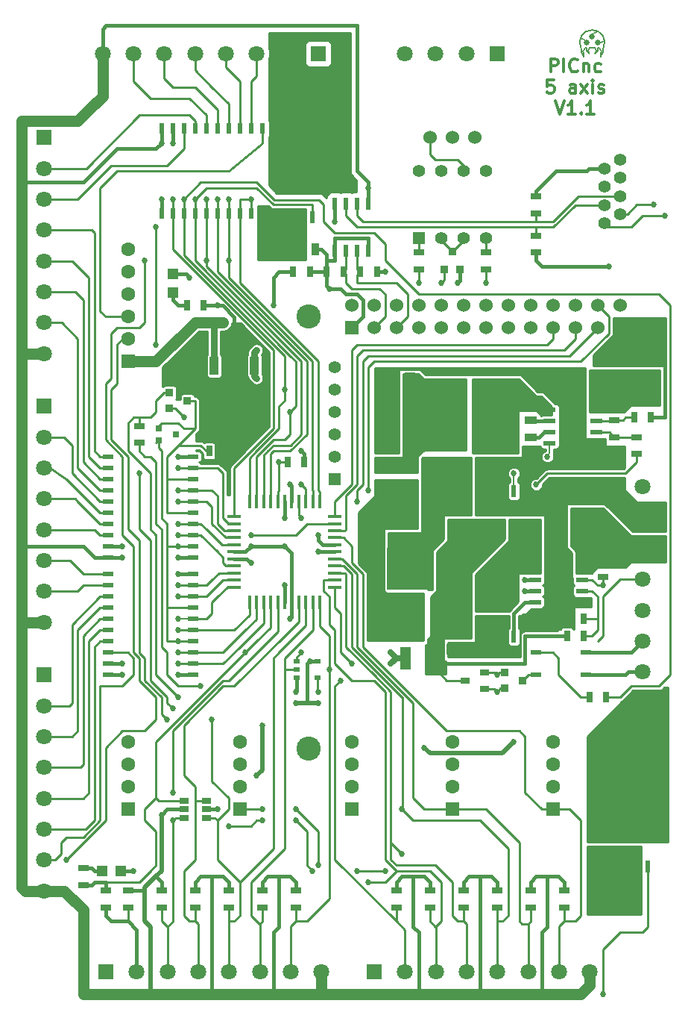
<source format=gtl>
%FSLAX46Y46*%
G04 Gerber Fmt 4.6, Leading zero omitted, Abs format (unit mm)*
G04 Created by KiCad (PCBNEW (2014-10-08 BZR 5171)-product) date 10/19/2014 5:22:49 PM*
%MOMM*%
G01*
G04 APERTURE LIST*
%ADD10C,0.100000*%
%ADD11C,0.300000*%
%ADD12C,0.177800*%
%ADD13R,1.524000X1.524000*%
%ADD14C,1.524000*%
%ADD15C,2.750000*%
%ADD16R,1.397000X0.889000*%
%ADD17R,1.524000X2.032000*%
%ADD18R,2.032000X1.524000*%
%ADD19R,1.270000X2.540000*%
%ADD20R,2.540000X1.270000*%
%ADD21R,0.889000X1.397000*%
%ADD22R,1.397000X1.397000*%
%ADD23C,1.397000*%
%ADD24R,1.600200X1.600200*%
%ADD25C,1.600200*%
%ADD26C,1.408000*%
%ADD27R,1.198880X1.198880*%
%ADD28R,0.800100X0.800100*%
%ADD29R,4.800000X4.720000*%
%ADD30R,1.400000X1.270000*%
%ADD31R,4.720000X4.800000*%
%ADD32R,1.270000X1.400000*%
%ADD33R,0.914400X0.914400*%
%ADD34R,0.599440X1.399540*%
%ADD35R,0.700000X1.300000*%
%ADD36R,1.300000X0.700000*%
%ADD37R,1.300000X0.600000*%
%ADD38R,0.406400X1.524000*%
%ADD39R,1.524000X0.406400*%
%ADD40R,1.270000X0.508000*%
%ADD41R,0.508000X1.270000*%
%ADD42R,1.000760X0.701040*%
%ADD43R,0.800000X0.550000*%
%ADD44R,1.399540X0.599440*%
%ADD45R,2.260600X2.997200*%
%ADD46R,3.657600X2.032000*%
%ADD47R,1.016000X2.032000*%
%ADD48R,1.000760X0.800100*%
%ADD49C,0.635000*%
%ADD50R,2.000000X2.800000*%
%ADD51R,1.800000X1.800000*%
%ADD52C,1.800000*%
%ADD53C,0.685800*%
%ADD54C,0.381000*%
%ADD55C,1.270000*%
%ADD56C,0.254000*%
%ADD57C,0.635000*%
%ADD58C,0.762000*%
%ADD59C,0.508000*%
G04 APERTURE END LIST*
D10*
D11*
X179423572Y-41458571D02*
X179423572Y-39958571D01*
X179995000Y-39958571D01*
X180137858Y-40030000D01*
X180209286Y-40101429D01*
X180280715Y-40244286D01*
X180280715Y-40458571D01*
X180209286Y-40601429D01*
X180137858Y-40672857D01*
X179995000Y-40744286D01*
X179423572Y-40744286D01*
X180923572Y-41458571D02*
X180923572Y-39958571D01*
X182495001Y-41315714D02*
X182423572Y-41387143D01*
X182209286Y-41458571D01*
X182066429Y-41458571D01*
X181852144Y-41387143D01*
X181709286Y-41244286D01*
X181637858Y-41101429D01*
X181566429Y-40815714D01*
X181566429Y-40601429D01*
X181637858Y-40315714D01*
X181709286Y-40172857D01*
X181852144Y-40030000D01*
X182066429Y-39958571D01*
X182209286Y-39958571D01*
X182423572Y-40030000D01*
X182495001Y-40101429D01*
X183137858Y-40458571D02*
X183137858Y-41458571D01*
X183137858Y-40601429D02*
X183209286Y-40530000D01*
X183352144Y-40458571D01*
X183566429Y-40458571D01*
X183709286Y-40530000D01*
X183780715Y-40672857D01*
X183780715Y-41458571D01*
X185137858Y-41387143D02*
X184995001Y-41458571D01*
X184709287Y-41458571D01*
X184566429Y-41387143D01*
X184495001Y-41315714D01*
X184423572Y-41172857D01*
X184423572Y-40744286D01*
X184495001Y-40601429D01*
X184566429Y-40530000D01*
X184709287Y-40458571D01*
X184995001Y-40458571D01*
X185137858Y-40530000D01*
X179780715Y-42358571D02*
X179066429Y-42358571D01*
X178995000Y-43072857D01*
X179066429Y-43001429D01*
X179209286Y-42930000D01*
X179566429Y-42930000D01*
X179709286Y-43001429D01*
X179780715Y-43072857D01*
X179852143Y-43215714D01*
X179852143Y-43572857D01*
X179780715Y-43715714D01*
X179709286Y-43787143D01*
X179566429Y-43858571D01*
X179209286Y-43858571D01*
X179066429Y-43787143D01*
X178995000Y-43715714D01*
X182280714Y-43858571D02*
X182280714Y-43072857D01*
X182209285Y-42930000D01*
X182066428Y-42858571D01*
X181780714Y-42858571D01*
X181637857Y-42930000D01*
X182280714Y-43787143D02*
X182137857Y-43858571D01*
X181780714Y-43858571D01*
X181637857Y-43787143D01*
X181566428Y-43644286D01*
X181566428Y-43501429D01*
X181637857Y-43358571D01*
X181780714Y-43287143D01*
X182137857Y-43287143D01*
X182280714Y-43215714D01*
X182852143Y-43858571D02*
X183637857Y-42858571D01*
X182852143Y-42858571D02*
X183637857Y-43858571D01*
X184209286Y-43858571D02*
X184209286Y-42858571D01*
X184209286Y-42358571D02*
X184137857Y-42430000D01*
X184209286Y-42501429D01*
X184280714Y-42430000D01*
X184209286Y-42358571D01*
X184209286Y-42501429D01*
X184852143Y-43787143D02*
X184995000Y-43858571D01*
X185280715Y-43858571D01*
X185423572Y-43787143D01*
X185495000Y-43644286D01*
X185495000Y-43572857D01*
X185423572Y-43430000D01*
X185280715Y-43358571D01*
X185066429Y-43358571D01*
X184923572Y-43287143D01*
X184852143Y-43144286D01*
X184852143Y-43072857D01*
X184923572Y-42930000D01*
X185066429Y-42858571D01*
X185280715Y-42858571D01*
X185423572Y-42930000D01*
X179959286Y-44758571D02*
X180459286Y-46258571D01*
X180959286Y-44758571D01*
X182245000Y-46258571D02*
X181387857Y-46258571D01*
X181816429Y-46258571D02*
X181816429Y-44758571D01*
X181673572Y-44972857D01*
X181530714Y-45115714D01*
X181387857Y-45187143D01*
X182887857Y-46115714D02*
X182959285Y-46187143D01*
X182887857Y-46258571D01*
X182816428Y-46187143D01*
X182887857Y-46115714D01*
X182887857Y-46258571D01*
X184387857Y-46258571D02*
X183530714Y-46258571D01*
X183959286Y-46258571D02*
X183959286Y-44758571D01*
X183816429Y-44972857D01*
X183673571Y-45115714D01*
X183530714Y-45187143D01*
D12*
X185496254Y-37973031D02*
G75*
G03X185267600Y-38023800I-85585J-154835D01*
G74*
G01*
X184784896Y-38099924D02*
G75*
G03X185267600Y-38023800I204788J269915D01*
G74*
G01*
X185420333Y-38734333D02*
G75*
G03X182880000Y-38735000I-1270333J634333D01*
G74*
G01*
X183197502Y-39687499D02*
G75*
G02X182880000Y-38735000I991017J859508D01*
G74*
G01*
X183197500Y-39528750D02*
G75*
G02X183356250Y-38735000I476250J317500D01*
G74*
G01*
X183197500Y-39687500D02*
X183197500Y-39528750D01*
X183356250Y-38735000D02*
X183515000Y-38735000D01*
X183833770Y-39371270D02*
G75*
G02X183515000Y-38735000I158750J477520D01*
G74*
G01*
X183832500Y-39370000D02*
G75*
G02X183832500Y-38735000I317500J317500D01*
G74*
G01*
X183832002Y-38734833D02*
G75*
G03X184467500Y-38735000I317998J952330D01*
G74*
G01*
X184467500Y-39370000D02*
G75*
G03X184467500Y-38735000I-317500J317500D01*
G74*
G01*
X184466230Y-39371270D02*
G75*
G03X184785000Y-38735000I-158750J477520D01*
G74*
G01*
X184943750Y-38735000D02*
X184785000Y-38735000D01*
X185102500Y-39687500D02*
X185102500Y-39528750D01*
X185102500Y-39528750D02*
G75*
G03X184943750Y-38735000I-476250J317500D01*
G74*
G01*
X185102498Y-39687499D02*
G75*
G03X185420000Y-38735000I-991017J859508D01*
G74*
G01*
X184404000Y-37033200D02*
G75*
G03X184658000Y-36779200I0J254000D01*
G74*
G01*
X184404000Y-37033200D02*
G75*
G03X184150000Y-37236400I-25400J-228600D01*
G74*
G01*
X183413400Y-38023800D02*
G75*
G03X182880000Y-37693600I-431800J-101600D01*
G74*
G01*
D13*
X156845000Y-70485000D03*
D14*
X156845000Y-67945000D03*
X159385000Y-70485000D03*
X159385000Y-67945000D03*
X161925000Y-70485000D03*
X161925000Y-67945000D03*
X164465000Y-70485000D03*
X164465000Y-67945000D03*
X167005000Y-70485000D03*
X167005000Y-67945000D03*
X169545000Y-70485000D03*
X169545000Y-67945000D03*
X172085000Y-70485000D03*
X172085000Y-67945000D03*
X174625000Y-70485000D03*
X174625000Y-67945000D03*
X177165000Y-70485000D03*
X177165000Y-67945000D03*
X179705000Y-70485000D03*
X179705000Y-67945000D03*
X182245000Y-70485000D03*
X182245000Y-67945000D03*
X184785000Y-70485000D03*
X184785000Y-67945000D03*
X187325000Y-70485000D03*
X187325000Y-67945000D03*
D15*
X151975000Y-69215000D03*
X151975000Y-118215000D03*
D16*
X177165000Y-80962500D03*
X177165000Y-79057500D03*
X177165000Y-82867500D03*
X177165000Y-84772500D03*
D17*
X185166000Y-76835000D03*
X181864000Y-76835000D03*
D18*
X187706000Y-76327000D03*
X187706000Y-73025000D03*
X190881000Y-76327000D03*
X190881000Y-73025000D03*
D19*
X163449000Y-80010000D03*
X160401000Y-80010000D03*
X163449000Y-83185000D03*
X160401000Y-83185000D03*
X163449000Y-76835000D03*
X160401000Y-76835000D03*
D17*
X183261000Y-94615000D03*
X179959000Y-94615000D03*
D18*
X182880000Y-91821000D03*
X182880000Y-88519000D03*
D20*
X168910000Y-103886000D03*
X168910000Y-106934000D03*
D19*
X165989000Y-107950000D03*
X162941000Y-107950000D03*
D21*
X152717500Y-61595000D03*
X150812500Y-61595000D03*
D22*
X154940000Y-87630000D03*
D23*
X154940000Y-85090000D03*
X154940000Y-82550000D03*
X154940000Y-80010000D03*
X154940000Y-77470000D03*
X154940000Y-74930000D03*
D24*
X179705000Y-125095000D03*
D25*
X179705000Y-122555000D03*
X179705000Y-120015000D03*
X179705000Y-117475000D03*
D24*
X168275000Y-125095000D03*
D25*
X168275000Y-122555000D03*
X168275000Y-120015000D03*
X168275000Y-117475000D03*
D24*
X156845000Y-125095000D03*
D25*
X156845000Y-122555000D03*
X156845000Y-120015000D03*
X156845000Y-117475000D03*
D24*
X131445000Y-74295000D03*
D25*
X131445000Y-71755000D03*
X131445000Y-69215000D03*
X131445000Y-66675000D03*
X131445000Y-64135000D03*
X131445000Y-61595000D03*
D24*
X144145000Y-125095000D03*
D25*
X144145000Y-122555000D03*
X144145000Y-120015000D03*
X144145000Y-117475000D03*
D24*
X131445000Y-125095000D03*
D25*
X131445000Y-122555000D03*
X131445000Y-120015000D03*
X131445000Y-117475000D03*
D26*
X187325000Y-51435000D03*
X185545000Y-52455000D03*
X187325000Y-53475000D03*
X185545000Y-54495000D03*
X187325000Y-55515000D03*
X185545000Y-56535000D03*
X187325000Y-57555000D03*
X185545000Y-58575000D03*
D27*
X128490980Y-132080000D03*
X130589020Y-132080000D03*
X136525000Y-66454020D03*
X136525000Y-64355980D03*
D28*
X134889240Y-81848960D03*
X134889240Y-83251040D03*
X136888220Y-82550000D03*
D29*
X167640000Y-87630000D03*
D30*
X166600000Y-83825000D03*
X168680000Y-83825000D03*
D29*
X161925000Y-90170000D03*
D30*
X160885000Y-86365000D03*
X162965000Y-86365000D03*
D31*
X162560000Y-103505000D03*
D32*
X166365000Y-102465000D03*
X166365000Y-104545000D03*
D31*
X163195000Y-97790000D03*
D32*
X167000000Y-96750000D03*
X167000000Y-98830000D03*
D33*
X136144000Y-79629000D03*
X136144000Y-77851000D03*
X138176000Y-78740000D03*
X169164000Y-63881000D03*
X167386000Y-63881000D03*
X168275000Y-61849000D03*
D34*
X171450000Y-83693000D03*
X171450000Y-89027000D03*
X172720000Y-83693000D03*
X173990000Y-83693000D03*
X175260000Y-83693000D03*
X172720000Y-89027000D03*
X173990000Y-89027000D03*
X175260000Y-89027000D03*
X171450000Y-100203000D03*
X171450000Y-105537000D03*
X172720000Y-100203000D03*
X173990000Y-100203000D03*
X175260000Y-100203000D03*
X172720000Y-105537000D03*
X173990000Y-105537000D03*
X175260000Y-105537000D03*
D33*
X174244000Y-111379000D03*
X174244000Y-109601000D03*
X176276000Y-110490000D03*
D34*
X186690000Y-126238000D03*
X186690000Y-131572000D03*
X187960000Y-126238000D03*
X189230000Y-126238000D03*
X190500000Y-126238000D03*
X187960000Y-131572000D03*
X189230000Y-131572000D03*
X190500000Y-131572000D03*
X148590000Y-52578000D03*
X148590000Y-57912000D03*
X149860000Y-52578000D03*
X151130000Y-52578000D03*
X152400000Y-52578000D03*
X149860000Y-57912000D03*
X151130000Y-57912000D03*
X152400000Y-57912000D03*
D35*
X149545000Y-85725000D03*
X151445000Y-85725000D03*
X138115000Y-67945000D03*
X140015000Y-67945000D03*
D36*
X126365000Y-133665000D03*
X126365000Y-131765000D03*
D35*
X140655000Y-84455000D03*
X142555000Y-84455000D03*
D36*
X180975000Y-136205000D03*
X180975000Y-134305000D03*
X177165000Y-136205000D03*
X177165000Y-134305000D03*
X173355000Y-136205000D03*
X173355000Y-134305000D03*
X169545000Y-136205000D03*
X169545000Y-134305000D03*
X165735000Y-136205000D03*
X165735000Y-134305000D03*
X161925000Y-136205000D03*
X161925000Y-134305000D03*
X164465000Y-63815000D03*
X164465000Y-61915000D03*
X172085000Y-63815000D03*
X172085000Y-61915000D03*
X150495000Y-136205000D03*
X150495000Y-134305000D03*
X146685000Y-136205000D03*
X146685000Y-134305000D03*
X142875000Y-136205000D03*
X142875000Y-134305000D03*
X139065000Y-136205000D03*
X139065000Y-134305000D03*
X135255000Y-136205000D03*
X135255000Y-134305000D03*
X131445000Y-136205000D03*
X131445000Y-134305000D03*
X132715000Y-83500000D03*
X132715000Y-81600000D03*
X128905000Y-136205000D03*
X128905000Y-134305000D03*
X186690000Y-80960000D03*
X186690000Y-79060000D03*
X189230000Y-82870000D03*
X189230000Y-84770000D03*
D35*
X190815000Y-80645000D03*
X188915000Y-80645000D03*
D36*
X186690000Y-84770000D03*
X186690000Y-82870000D03*
X185420000Y-98740000D03*
X185420000Y-96840000D03*
D35*
X183195000Y-105410000D03*
X181295000Y-105410000D03*
X181295000Y-103505000D03*
X183195000Y-103505000D03*
X183835000Y-112395000D03*
X185735000Y-112395000D03*
X152080000Y-64135000D03*
X150180000Y-64135000D03*
D36*
X177800000Y-57465000D03*
X177800000Y-55565000D03*
X177800000Y-60010000D03*
X177800000Y-61910000D03*
D35*
X157800000Y-64135000D03*
X159700000Y-64135000D03*
X155890000Y-64135000D03*
X153990000Y-64135000D03*
D14*
X168275000Y-48895000D03*
X170815000Y-48895000D03*
X165735000Y-48895000D03*
D37*
X177800000Y-107315000D03*
X177800000Y-109855000D03*
X183400000Y-109855000D03*
X183400000Y-107315000D03*
D38*
X149225000Y-101600000D03*
X150025100Y-101600000D03*
X150825200Y-101600000D03*
X151625300Y-101600000D03*
X152425400Y-101600000D03*
X153225500Y-101600000D03*
X148424900Y-101600000D03*
X147624800Y-101600000D03*
X146824700Y-101600000D03*
X146024600Y-101600000D03*
X145224500Y-101600000D03*
X149225000Y-90170000D03*
X150025100Y-90170000D03*
X150825200Y-90170000D03*
X151625300Y-90170000D03*
X152425400Y-90170000D03*
X153225500Y-90170000D03*
X148424900Y-90170000D03*
X147624800Y-90170000D03*
X146824700Y-90170000D03*
X146024600Y-90170000D03*
X145224500Y-90170000D03*
D39*
X154940000Y-95885000D03*
X143510000Y-95885000D03*
X154940000Y-95084900D03*
X143510000Y-95084900D03*
X143510000Y-94284800D03*
X154940000Y-94284800D03*
X154940000Y-93484700D03*
X143510000Y-93484700D03*
X143510000Y-92684600D03*
X154940000Y-92684600D03*
X154940000Y-91884500D03*
X143510000Y-91884500D03*
X143510000Y-96685100D03*
X154940000Y-96685100D03*
X154940000Y-97485200D03*
X143510000Y-97485200D03*
X143510000Y-98285300D03*
X154940000Y-98285300D03*
X154940000Y-99085400D03*
X143510000Y-99085400D03*
X143510000Y-99885500D03*
X154940000Y-99885500D03*
D40*
X129159000Y-98425000D03*
X129159000Y-99695000D03*
X129159000Y-100965000D03*
X129159000Y-102235000D03*
X129159000Y-103505000D03*
X129159000Y-104775000D03*
X129159000Y-106045000D03*
X129159000Y-107315000D03*
X129159000Y-108585000D03*
X129159000Y-109855000D03*
X138811000Y-109855000D03*
X138811000Y-108585000D03*
X138811000Y-107315000D03*
X138811000Y-106045000D03*
X138811000Y-104775000D03*
X138811000Y-103505000D03*
X138811000Y-102235000D03*
X138811000Y-100965000D03*
X138811000Y-99695000D03*
X138811000Y-98425000D03*
X129159000Y-85090000D03*
X129159000Y-86360000D03*
X129159000Y-87630000D03*
X129159000Y-88900000D03*
X129159000Y-90170000D03*
X129159000Y-91440000D03*
X129159000Y-92710000D03*
X129159000Y-93980000D03*
X129159000Y-95250000D03*
X129159000Y-96520000D03*
X138811000Y-96520000D03*
X138811000Y-95250000D03*
X138811000Y-93980000D03*
X138811000Y-92710000D03*
X138811000Y-91440000D03*
X138811000Y-90170000D03*
X138811000Y-88900000D03*
X138811000Y-87630000D03*
X138811000Y-86360000D03*
X138811000Y-85090000D03*
D41*
X146685000Y-47879000D03*
X145415000Y-47879000D03*
X144145000Y-47879000D03*
X142875000Y-47879000D03*
X141605000Y-47879000D03*
X140335000Y-47879000D03*
X139065000Y-47879000D03*
X137795000Y-47879000D03*
X136525000Y-47879000D03*
X135255000Y-47879000D03*
X135255000Y-57531000D03*
X136525000Y-57531000D03*
X137795000Y-57531000D03*
X139065000Y-57531000D03*
X140335000Y-57531000D03*
X141605000Y-57531000D03*
X142875000Y-57531000D03*
X144145000Y-57531000D03*
X145415000Y-57531000D03*
X146685000Y-57531000D03*
D22*
X164465000Y-60325000D03*
D23*
X167005000Y-60325000D03*
X169545000Y-60325000D03*
X172085000Y-60325000D03*
X172085000Y-52705000D03*
X169545000Y-52705000D03*
X167005000Y-52705000D03*
X164465000Y-52705000D03*
D42*
X137795000Y-126047500D03*
X137795000Y-125095000D03*
X137795000Y-124142500D03*
X140335000Y-124142500D03*
X140335000Y-125095000D03*
X140335000Y-126047500D03*
D43*
X150565000Y-108270000D03*
X150565000Y-109220000D03*
X150565000Y-110170000D03*
X152965000Y-110170000D03*
X152965000Y-108270000D03*
D44*
X184658000Y-79756000D03*
X179324000Y-79756000D03*
X184658000Y-81026000D03*
X184658000Y-82296000D03*
X184658000Y-83566000D03*
X179324000Y-81026000D03*
X179324000Y-82296000D03*
X179324000Y-83566000D03*
D45*
X181991000Y-81661000D03*
D44*
X183007000Y-97790000D03*
X177673000Y-97790000D03*
X183007000Y-99060000D03*
X183007000Y-100330000D03*
X183007000Y-101600000D03*
X177673000Y-99060000D03*
X177673000Y-100330000D03*
X177673000Y-101600000D03*
D45*
X180340000Y-99695000D03*
D46*
X143510000Y-81407000D03*
D47*
X143510000Y-74803000D03*
X141224000Y-74803000D03*
X145796000Y-74803000D03*
D48*
X169715180Y-110490000D03*
X171914820Y-109537500D03*
X171914820Y-111442500D03*
D34*
X158750000Y-61722000D03*
X158750000Y-56388000D03*
X157480000Y-61722000D03*
X156210000Y-61722000D03*
X154940000Y-61722000D03*
X157480000Y-56388000D03*
X156210000Y-56388000D03*
X154940000Y-56388000D03*
D49*
X183515000Y-38100000D03*
X184785000Y-38100000D03*
X184150000Y-37465000D03*
D50*
X174230000Y-78740000D03*
X166130000Y-78740000D03*
X177405000Y-94615000D03*
X169305000Y-94615000D03*
D51*
X128905000Y-143510000D03*
D52*
X132405000Y-143510000D03*
X135905000Y-143510000D03*
X139405000Y-143510000D03*
X142905000Y-143510000D03*
X146405000Y-143510000D03*
X149905000Y-143510000D03*
X153405000Y-143510000D03*
D51*
X159385000Y-143510000D03*
D52*
X162885000Y-143510000D03*
X166385000Y-143510000D03*
X169885000Y-143510000D03*
X173385000Y-143510000D03*
X176885000Y-143510000D03*
X180385000Y-143510000D03*
X183885000Y-143510000D03*
D51*
X153035000Y-39370000D03*
D52*
X149535000Y-39370000D03*
X146035000Y-39370000D03*
X142535000Y-39370000D03*
X139035000Y-39370000D03*
X135535000Y-39370000D03*
X132035000Y-39370000D03*
X128535000Y-39370000D03*
D51*
X173355000Y-39370000D03*
D52*
X169855000Y-39370000D03*
X166355000Y-39370000D03*
X162855000Y-39370000D03*
D51*
X121920000Y-109855000D03*
D52*
X121920000Y-113355000D03*
X121920000Y-116855000D03*
X121920000Y-120355000D03*
X121920000Y-123855000D03*
X121920000Y-127355000D03*
X121920000Y-130855000D03*
X121920000Y-134355000D03*
D51*
X121920000Y-79375000D03*
D52*
X121920000Y-82875000D03*
X121920000Y-86375000D03*
X121920000Y-89875000D03*
X121920000Y-93375000D03*
X121920000Y-96875000D03*
X121920000Y-100375000D03*
X121920000Y-103875000D03*
D51*
X121920000Y-48895000D03*
D52*
X121920000Y-52395000D03*
X121920000Y-55895000D03*
X121920000Y-59395000D03*
X121920000Y-62895000D03*
X121920000Y-66395000D03*
X121920000Y-69895000D03*
X121920000Y-73395000D03*
D51*
X189865000Y-113030000D03*
D52*
X189865000Y-109530000D03*
X189865000Y-106030000D03*
X189865000Y-102530000D03*
X189865000Y-99030000D03*
X189865000Y-95530000D03*
X189865000Y-92030000D03*
X189865000Y-88530000D03*
D53*
X144145000Y-84455000D03*
X147955000Y-67945000D03*
X141605000Y-67945000D03*
X151130000Y-84455000D03*
X149225000Y-95250000D03*
X149225000Y-92075000D03*
X145415000Y-95250000D03*
X149860000Y-103505000D03*
X145415000Y-83185000D03*
X140970000Y-78105000D03*
X159385000Y-95250000D03*
X159385000Y-96520000D03*
X132080000Y-132080000D03*
X138430000Y-64770000D03*
X186690000Y-133985000D03*
X187960000Y-133985000D03*
X189230000Y-133985000D03*
X161290000Y-108585000D03*
X161290000Y-107315000D03*
X146050000Y-76200000D03*
X146050000Y-73025000D03*
X188595000Y-71755000D03*
X149860000Y-88265000D03*
X181610000Y-97155000D03*
X180340000Y-97155000D03*
X179070000Y-97155000D03*
X181610000Y-102235000D03*
X180340000Y-102235000D03*
X179070000Y-102235000D03*
X176530000Y-104140000D03*
X173990000Y-106680000D03*
X173990000Y-104140000D03*
X172720000Y-106680000D03*
X172720000Y-104140000D03*
X171450000Y-106680000D03*
X171450000Y-104140000D03*
X180340000Y-103505000D03*
X189230000Y-74295000D03*
X186055000Y-74295000D03*
X184785000Y-74295000D03*
X189230000Y-71120000D03*
X189230000Y-69850000D03*
X185420000Y-85725000D03*
X184150000Y-85090000D03*
X182245000Y-84455000D03*
X180975000Y-84455000D03*
X177165000Y-86360000D03*
X173990000Y-86995000D03*
X172720000Y-86995000D03*
X171450000Y-86995000D03*
X173990000Y-90805000D03*
X172720000Y-90805000D03*
X171450000Y-90805000D03*
X179705000Y-76200000D03*
X177800000Y-76200000D03*
X182245000Y-79375000D03*
X180975000Y-79375000D03*
X161925000Y-76835000D03*
X161925000Y-79375000D03*
X161925000Y-81915000D03*
X130810000Y-95250000D03*
X137160000Y-96520000D03*
X137160000Y-85090000D03*
X154940000Y-58420000D03*
X149860000Y-59690000D03*
X151130000Y-59690000D03*
X148590000Y-59690000D03*
X149225000Y-61595000D03*
X168910000Y-65405000D03*
X135255000Y-55880000D03*
X146685000Y-59690000D03*
X136525000Y-49530000D03*
X137160000Y-109855000D03*
X130810000Y-108585000D03*
X145415000Y-97155000D03*
X149225000Y-99695000D03*
X153035000Y-95885000D03*
X141605000Y-125095000D03*
X150495000Y-111760000D03*
X137795000Y-80645000D03*
X137160000Y-98425000D03*
X173355000Y-111760000D03*
X191135000Y-78105000D03*
X190500000Y-78740000D03*
X189865000Y-78105000D03*
X189230000Y-78740000D03*
X188595000Y-78105000D03*
X165100000Y-82550000D03*
X177800000Y-88265000D03*
X176530000Y-99060000D03*
X174625000Y-96520000D03*
X175260000Y-117475000D03*
X165100000Y-118110000D03*
X135255000Y-125730000D03*
X186055000Y-63500000D03*
X150495000Y-113030000D03*
X146685000Y-115570000D03*
X146050000Y-121285000D03*
X153035000Y-113030000D03*
X142240000Y-69850000D03*
X140970000Y-69850000D03*
X166370000Y-90805000D03*
X166370000Y-92075000D03*
X130810000Y-109855000D03*
X158750000Y-54610000D03*
X135255000Y-49530000D03*
X130810000Y-96520000D03*
X152080000Y-108270000D03*
X176530000Y-100330000D03*
X185420000Y-95250000D03*
X186690000Y-95250000D03*
X172720000Y-94615000D03*
X171450000Y-94615000D03*
X154305000Y-66040000D03*
X160655000Y-64135000D03*
X151130000Y-92075000D03*
X157480000Y-90170000D03*
X158750000Y-88900000D03*
X151130000Y-88265000D03*
X148590000Y-85725000D03*
X149860000Y-80010000D03*
X139065000Y-55880000D03*
X149225000Y-77470000D03*
X137795000Y-55880000D03*
X162560000Y-125095000D03*
X140970000Y-114935000D03*
X135890000Y-114935000D03*
X162560000Y-130175000D03*
X160655000Y-132080000D03*
X157480000Y-132080000D03*
X153035000Y-131445000D03*
X150495000Y-125095000D03*
X146685000Y-125095000D03*
X158750000Y-133350000D03*
X152400000Y-132080000D03*
X150495000Y-126365000D03*
X146685000Y-126365000D03*
X142875000Y-127000000D03*
X191135000Y-56515000D03*
X192405000Y-57785000D03*
X137160000Y-106045000D03*
X145415000Y-93980000D03*
X137160000Y-95250000D03*
X137160000Y-112395000D03*
X153035000Y-111760000D03*
X136525000Y-113665000D03*
X132715000Y-86995000D03*
X134620000Y-72390000D03*
X134620000Y-59055000D03*
X167005000Y-65405000D03*
X175260000Y-86995000D03*
X179070000Y-85090000D03*
X173355000Y-109855000D03*
X140335000Y-62865000D03*
X133350000Y-62865000D03*
X124460000Y-130810000D03*
X185420000Y-146050000D03*
X140335000Y-55880000D03*
X151130000Y-107315000D03*
X144780000Y-107315000D03*
X137160000Y-108585000D03*
X137160000Y-107315000D03*
X137160000Y-104775000D03*
X137160000Y-103505000D03*
X137160000Y-100965000D03*
X137160000Y-99695000D03*
X137160000Y-93980000D03*
X137160000Y-92710000D03*
X137160000Y-90170000D03*
X137160000Y-88900000D03*
X137160000Y-86360000D03*
X136525000Y-55880000D03*
X142875000Y-55880000D03*
X164465000Y-65405000D03*
X142875000Y-62865000D03*
X145415000Y-55880000D03*
X155575000Y-110490000D03*
X156845000Y-108585000D03*
X141605000Y-55880000D03*
X172085000Y-65405000D03*
X154305000Y-109220000D03*
X139700000Y-111125000D03*
X136525000Y-126365000D03*
X136525000Y-123190000D03*
X185420000Y-99695000D03*
X153035000Y-93980000D03*
D54*
X140015000Y-67945000D02*
X141605000Y-67945000D01*
X141605000Y-67945000D02*
X142198878Y-67945000D01*
X148590000Y-64135000D02*
X147955000Y-64770000D01*
X147955000Y-64770000D02*
X147955000Y-67945000D01*
X150180000Y-64135000D02*
X148590000Y-64135000D01*
X143510000Y-69256122D02*
X143510000Y-74803000D01*
X142198878Y-67945000D02*
X143510000Y-69256122D01*
X151445000Y-85725000D02*
X151445000Y-84770000D01*
X151445000Y-84770000D02*
X151130000Y-84455000D01*
X144780000Y-95885000D02*
X145415000Y-95250000D01*
X145415000Y-95250000D02*
X149225000Y-95250000D01*
X150025100Y-100330000D02*
X150025100Y-96050100D01*
X150025100Y-96050100D02*
X149225000Y-95250000D01*
X144780000Y-95885000D02*
X143510000Y-95885000D01*
X150025100Y-101600000D02*
X150025100Y-100330000D01*
X150025100Y-100330000D02*
X150025100Y-100164900D01*
X149225000Y-92075000D02*
X149225000Y-90170000D01*
X150025100Y-103339900D02*
X149860000Y-103505000D01*
X150025100Y-103339900D02*
X150025100Y-101600000D01*
X179324000Y-81026000D02*
X177228500Y-81026000D01*
X177228500Y-81026000D02*
X177165000Y-80962500D01*
D55*
X161925000Y-90170000D02*
X161925000Y-90805000D01*
X161925000Y-90805000D02*
X159385000Y-93345000D01*
X159385000Y-93345000D02*
X159385000Y-95250000D01*
X159385000Y-95250000D02*
X159385000Y-96520000D01*
D54*
X130589020Y-132080000D02*
X132080000Y-132080000D01*
X136525000Y-64355980D02*
X138015980Y-64355980D01*
X138015980Y-64355980D02*
X138430000Y-64770000D01*
D56*
X186690000Y-131572000D02*
X186690000Y-133985000D01*
X187960000Y-131572000D02*
X187960000Y-133985000D01*
X189230000Y-131572000D02*
X189230000Y-133985000D01*
D57*
X162941000Y-107950000D02*
X161925000Y-107950000D01*
X161925000Y-107950000D02*
X161290000Y-108585000D01*
X161925000Y-107950000D02*
X161290000Y-107315000D01*
D58*
X145796000Y-74803000D02*
X145796000Y-75946000D01*
X145796000Y-75946000D02*
X146050000Y-76200000D01*
X145796000Y-74803000D02*
X145796000Y-73279000D01*
X145796000Y-73279000D02*
X146050000Y-73025000D01*
D56*
X190881000Y-73025000D02*
X190500000Y-73025000D01*
X190500000Y-73025000D02*
X188595000Y-71755000D01*
D54*
X149860000Y-88265000D02*
X150025100Y-88430100D01*
X150025100Y-88430100D02*
X150025100Y-90170000D01*
X180340000Y-99695000D02*
X180340000Y-98425000D01*
X180340000Y-98425000D02*
X181610000Y-97155000D01*
X180340000Y-99695000D02*
X180340000Y-97155000D01*
X180340000Y-98425000D02*
X179070000Y-97155000D01*
X180340000Y-99695000D02*
X180340000Y-100965000D01*
X180340000Y-100965000D02*
X181610000Y-102235000D01*
X180340000Y-99695000D02*
X180340000Y-102235000D01*
X180340000Y-100965000D02*
X179070000Y-102235000D01*
X173990000Y-105537000D02*
X173990000Y-106680000D01*
X173990000Y-105537000D02*
X173990000Y-104140000D01*
X172720000Y-105537000D02*
X172720000Y-106680000D01*
X172720000Y-105537000D02*
X172720000Y-104140000D01*
X171450000Y-105537000D02*
X171450000Y-106680000D01*
X171450000Y-105537000D02*
X171450000Y-104140000D01*
D56*
X189865000Y-99030000D02*
X187355000Y-99030000D01*
X185420000Y-105410000D02*
X184785000Y-106045000D01*
X185420000Y-100965000D02*
X185420000Y-105410000D01*
X187355000Y-99030000D02*
X185420000Y-100965000D01*
D54*
X181295000Y-103505000D02*
X180340000Y-103505000D01*
X181991000Y-81661000D02*
X181991000Y-84201000D01*
X181991000Y-84201000D02*
X182880000Y-85090000D01*
X181991000Y-81661000D02*
X181991000Y-84709000D01*
X181991000Y-84709000D02*
X181610000Y-85090000D01*
D56*
X187706000Y-73025000D02*
X187325000Y-73025000D01*
X187325000Y-73025000D02*
X186055000Y-71755000D01*
X190881000Y-73025000D02*
X191135000Y-73025000D01*
X191135000Y-73025000D02*
X192405000Y-74295000D01*
X187706000Y-73025000D02*
X187960000Y-73025000D01*
X187960000Y-73025000D02*
X189230000Y-74295000D01*
X187325000Y-73025000D02*
X186055000Y-74295000D01*
X187706000Y-73025000D02*
X186055000Y-73025000D01*
X186055000Y-73025000D02*
X184785000Y-74295000D01*
D54*
X190881000Y-73025000D02*
X190881000Y-72136000D01*
X190881000Y-72136000D02*
X189230000Y-71120000D01*
X190815000Y-80645000D02*
X192405000Y-80645000D01*
X192405000Y-70485000D02*
X189230000Y-69850000D01*
X192405000Y-80645000D02*
X192405000Y-70485000D01*
D12*
X186690000Y-84770000D02*
X185420000Y-85725000D01*
X181991000Y-81661000D02*
X181991000Y-82931000D01*
X181991000Y-82931000D02*
X184150000Y-85090000D01*
X181991000Y-84201000D02*
X182245000Y-84455000D01*
X181991000Y-81661000D02*
X181991000Y-83439000D01*
X181991000Y-83439000D02*
X180975000Y-84455000D01*
X177165000Y-84772500D02*
X177165000Y-86360000D01*
X173990000Y-89027000D02*
X173990000Y-86995000D01*
X172720000Y-89027000D02*
X172720000Y-86995000D01*
X171450000Y-89027000D02*
X171450000Y-86995000D01*
X173990000Y-89027000D02*
X173990000Y-90805000D01*
X172720000Y-89027000D02*
X172720000Y-90805000D01*
X171450000Y-89027000D02*
X171450000Y-90805000D01*
X181229000Y-77470000D02*
X180975000Y-77470000D01*
X180975000Y-77470000D02*
X179705000Y-76200000D01*
X179705000Y-76200000D02*
X177800000Y-76200000D01*
X180975000Y-77470000D02*
X179705000Y-76200000D01*
X181229000Y-77470000D02*
X181229000Y-78359000D01*
X181229000Y-78359000D02*
X182245000Y-79375000D01*
X181229000Y-77470000D02*
X181229000Y-79121000D01*
X181229000Y-79121000D02*
X180975000Y-79375000D01*
X160401000Y-76835000D02*
X160655000Y-76835000D01*
X160655000Y-76835000D02*
X161925000Y-75565000D01*
X160401000Y-76835000D02*
X161925000Y-76835000D01*
X160655000Y-76835000D02*
X161925000Y-78105000D01*
X160401000Y-80010000D02*
X161290000Y-80010000D01*
X161290000Y-80010000D02*
X161925000Y-79375000D01*
X160401000Y-83185000D02*
X160655000Y-83185000D01*
X160655000Y-83185000D02*
X161925000Y-81915000D01*
X160401000Y-83185000D02*
X161925000Y-83185000D01*
X160655000Y-80010000D02*
X161925000Y-80645000D01*
X160401000Y-80010000D02*
X160655000Y-80010000D01*
X160655000Y-83185000D02*
X161925000Y-84455000D01*
D54*
X129159000Y-95250000D02*
X130810000Y-95250000D01*
X138811000Y-96520000D02*
X137160000Y-96520000D01*
X138811000Y-85090000D02*
X137160000Y-85090000D01*
X154940000Y-56388000D02*
X154940000Y-58420000D01*
D56*
X149860000Y-57912000D02*
X149860000Y-59690000D01*
X151130000Y-57912000D02*
X151130000Y-59690000D01*
X148590000Y-57912000D02*
X148590000Y-59690000D01*
X150812500Y-61595000D02*
X149225000Y-61595000D01*
D54*
X169164000Y-63881000D02*
X169164000Y-65151000D01*
X169164000Y-65151000D02*
X168910000Y-65405000D01*
X135255000Y-57531000D02*
X135255000Y-55880000D01*
X146685000Y-57531000D02*
X146685000Y-59690000D01*
X136525000Y-47879000D02*
X136525000Y-49530000D01*
X138811000Y-109855000D02*
X137160000Y-109855000D01*
X129159000Y-108585000D02*
X130810000Y-108585000D01*
X144945100Y-96685100D02*
X145415000Y-97155000D01*
X143510000Y-96685100D02*
X144945100Y-96685100D01*
X149225000Y-101600000D02*
X149225000Y-99695000D01*
X154940000Y-95885000D02*
X153035000Y-95885000D01*
X140335000Y-125095000D02*
X141605000Y-125095000D01*
X150565000Y-111690000D02*
X150495000Y-111760000D01*
X150565000Y-110170000D02*
X150565000Y-111690000D01*
D56*
X136779000Y-79629000D02*
X136144000Y-79629000D01*
X137795000Y-80645000D02*
X136779000Y-79629000D01*
D54*
X138811000Y-98425000D02*
X137160000Y-98425000D01*
D56*
X173736000Y-111379000D02*
X173355000Y-111760000D01*
X173037500Y-111442500D02*
X171914820Y-111442500D01*
X173037500Y-111442500D02*
X173355000Y-111760000D01*
X174244000Y-111379000D02*
X173736000Y-111379000D01*
D54*
X177165000Y-82867500D02*
X178117500Y-82867500D01*
X178435000Y-82550000D02*
X178689000Y-82296000D01*
X178117500Y-82867500D02*
X178435000Y-82550000D01*
X179324000Y-82296000D02*
X178689000Y-82296000D01*
D56*
X190881000Y-76327000D02*
X190881000Y-77851000D01*
X190881000Y-77851000D02*
X191135000Y-78105000D01*
X190881000Y-76327000D02*
X190881000Y-78359000D01*
X190881000Y-78359000D02*
X190500000Y-78740000D01*
X190881000Y-76327000D02*
X190881000Y-77089000D01*
X190881000Y-77089000D02*
X189865000Y-78105000D01*
X187706000Y-76327000D02*
X187706000Y-77216000D01*
X187706000Y-77216000D02*
X189230000Y-78740000D01*
X187706000Y-77216000D02*
X188595000Y-78105000D01*
X189230000Y-84770000D02*
X189230000Y-85725000D01*
X179070000Y-86995000D02*
X177800000Y-88265000D01*
X187960000Y-86995000D02*
X179070000Y-86995000D01*
X189230000Y-85725000D02*
X187960000Y-86995000D01*
D54*
X176530000Y-99060000D02*
X177673000Y-99060000D01*
X177673000Y-99060000D02*
X177165000Y-99060000D01*
D59*
X175260000Y-117475000D02*
X173990000Y-118745000D01*
X173990000Y-118745000D02*
X165735000Y-118745000D01*
X165735000Y-118745000D02*
X165100000Y-118110000D01*
D54*
X131445000Y-134305000D02*
X133350000Y-134305000D01*
X133350000Y-134305000D02*
X133350000Y-133985000D01*
D59*
X133350000Y-137795000D02*
X133350000Y-133985000D01*
X133985000Y-146050000D02*
X133985000Y-142875000D01*
X133985000Y-138430000D02*
X133350000Y-137795000D01*
X133985000Y-142875000D02*
X133985000Y-138430000D01*
X133350000Y-133985000D02*
X134620000Y-132715000D01*
D54*
X177800000Y-61910000D02*
X177800000Y-62865000D01*
X178435000Y-63500000D02*
X186055000Y-63500000D01*
X177800000Y-62865000D02*
X178435000Y-63500000D01*
D59*
X150495000Y-113030000D02*
X153035000Y-113030000D01*
X146685000Y-120650000D02*
X146685000Y-115570000D01*
X146050000Y-121285000D02*
X146685000Y-120650000D01*
D54*
X151765000Y-108585000D02*
X151765000Y-112395000D01*
X151765000Y-113030000D02*
X153035000Y-113030000D01*
X151765000Y-112395000D02*
X151765000Y-113030000D01*
X152080000Y-108270000D02*
X151765000Y-108585000D01*
D58*
X141224000Y-74803000D02*
X141224000Y-70231000D01*
X141224000Y-70231000D02*
X140970000Y-69850000D01*
D55*
X140970000Y-69850000D02*
X139065000Y-69850000D01*
X131445000Y-74295000D02*
X134620000Y-74295000D01*
X134620000Y-74295000D02*
X139065000Y-69850000D01*
X139065000Y-69850000D02*
X142240000Y-69850000D01*
X128535000Y-44185000D02*
X127000000Y-45720000D01*
D54*
X183765000Y-52455000D02*
X183515000Y-52705000D01*
X177800000Y-54961000D02*
X180056000Y-52705000D01*
X177800000Y-55565000D02*
X177800000Y-54961000D01*
X180056000Y-52705000D02*
X183515000Y-52705000D01*
X185545000Y-52455000D02*
X183765000Y-52455000D01*
X129159000Y-109855000D02*
X130810000Y-109855000D01*
X139065000Y-133350000D02*
X139065000Y-134305000D01*
X139700000Y-132715000D02*
X140970000Y-132715000D01*
X139065000Y-133350000D02*
X139700000Y-132715000D01*
X142875000Y-133350000D02*
X142240000Y-132715000D01*
X142240000Y-132715000D02*
X140970000Y-132715000D01*
X142875000Y-134305000D02*
X142875000Y-133350000D01*
X146685000Y-133350000D02*
X146685000Y-134305000D01*
X147320000Y-132715000D02*
X148590000Y-132715000D01*
X146685000Y-133350000D02*
X147320000Y-132715000D01*
X150495000Y-133350000D02*
X149860000Y-132715000D01*
X149860000Y-132715000D02*
X148590000Y-132715000D01*
X150495000Y-134305000D02*
X150495000Y-133350000D01*
X162560000Y-132715000D02*
X163830000Y-132715000D01*
X161925000Y-133350000D02*
X161925000Y-134305000D01*
X161925000Y-133350000D02*
X162560000Y-132715000D01*
X163830000Y-132715000D02*
X164465000Y-132715000D01*
X165100000Y-132715000D02*
X164465000Y-132715000D01*
X165735000Y-133350000D02*
X165100000Y-132715000D01*
X165735000Y-134305000D02*
X165735000Y-133350000D01*
X169545000Y-133350000D02*
X169545000Y-134305000D01*
X170180000Y-132715000D02*
X171450000Y-132715000D01*
X169545000Y-133350000D02*
X170180000Y-132715000D01*
X173355000Y-133350000D02*
X172720000Y-132715000D01*
X172720000Y-132715000D02*
X171450000Y-132715000D01*
X173355000Y-134305000D02*
X173355000Y-133350000D01*
X177165000Y-133350000D02*
X177165000Y-134305000D01*
X177800000Y-132715000D02*
X179070000Y-132715000D01*
X177165000Y-133350000D02*
X177800000Y-132715000D01*
X180975000Y-133350000D02*
X180340000Y-132715000D01*
X180340000Y-132715000D02*
X179070000Y-132715000D01*
X180975000Y-134305000D02*
X180975000Y-133350000D01*
D55*
X119380000Y-53975000D02*
X119380000Y-73025000D01*
X119380000Y-46990000D02*
X119380000Y-53975000D01*
X125730000Y-46990000D02*
X127000000Y-45720000D01*
X125730000Y-46990000D02*
X119380000Y-46990000D01*
X119750000Y-73395000D02*
X119380000Y-73025000D01*
X121920000Y-73395000D02*
X119750000Y-73395000D01*
X119380000Y-95250000D02*
X119380000Y-73025000D01*
X119380000Y-103505000D02*
X119380000Y-95250000D01*
X119750000Y-103875000D02*
X119380000Y-103505000D01*
X121920000Y-103875000D02*
X119750000Y-103875000D01*
X119750000Y-134355000D02*
X119380000Y-133985000D01*
X119380000Y-133985000D02*
X119380000Y-103505000D01*
X121920000Y-134355000D02*
X119750000Y-134355000D01*
D54*
X127635000Y-96520000D02*
X126365000Y-95250000D01*
X126365000Y-95250000D02*
X119380000Y-95250000D01*
X129159000Y-96520000D02*
X127635000Y-96520000D01*
X128535000Y-39370000D02*
X128535000Y-40375000D01*
D55*
X128535000Y-44185000D02*
X128535000Y-39370000D01*
D54*
X128535000Y-36565000D02*
X128535000Y-39370000D01*
X158750000Y-53975000D02*
X157480000Y-52705000D01*
X157480000Y-52705000D02*
X157480000Y-36195000D01*
X157480000Y-36195000D02*
X128905000Y-36195000D01*
X158750000Y-54610000D02*
X158750000Y-53975000D01*
X158750000Y-56388000D02*
X158750000Y-54610000D01*
X128905000Y-36195000D02*
X128535000Y-36565000D01*
X135255000Y-49530000D02*
X134620000Y-50165000D01*
X134620000Y-50165000D02*
X130175000Y-50165000D01*
X130175000Y-50165000D02*
X126365000Y-53975000D01*
X126365000Y-53975000D02*
X119380000Y-53975000D01*
X135255000Y-47879000D02*
X135255000Y-49530000D01*
D55*
X153405000Y-145680000D02*
X153035000Y-146050000D01*
X126365000Y-142240000D02*
X126365000Y-146050000D01*
X124195000Y-134355000D02*
X126365000Y-136525000D01*
X126365000Y-136525000D02*
X126365000Y-142240000D01*
X124195000Y-134355000D02*
X121920000Y-134355000D01*
X152400000Y-146050000D02*
X153035000Y-146050000D01*
X147955000Y-146050000D02*
X152400000Y-146050000D01*
X140970000Y-146050000D02*
X147955000Y-146050000D01*
X133985000Y-146050000D02*
X140970000Y-146050000D01*
X126365000Y-146050000D02*
X133985000Y-146050000D01*
X153405000Y-143510000D02*
X153405000Y-145680000D01*
X183885000Y-145045000D02*
X182880000Y-146050000D01*
X164465000Y-146050000D02*
X152400000Y-146050000D01*
X171450000Y-146050000D02*
X164465000Y-146050000D01*
X178435000Y-146050000D02*
X171450000Y-146050000D01*
X182880000Y-146050000D02*
X178435000Y-146050000D01*
X183885000Y-143510000D02*
X183885000Y-145045000D01*
D54*
X178435000Y-145415000D02*
X178435000Y-146050000D01*
X178435000Y-146050000D02*
X178435000Y-145415000D01*
X178435000Y-142875000D02*
X178435000Y-139065000D01*
X179070000Y-138430000D02*
X179070000Y-132715000D01*
X178435000Y-139065000D02*
X179070000Y-138430000D01*
X178435000Y-146050000D02*
X178435000Y-142875000D01*
X171450000Y-142875000D02*
X171450000Y-132715000D01*
X171450000Y-146050000D02*
X171450000Y-142875000D01*
X164465000Y-145415000D02*
X164465000Y-146050000D01*
X164465000Y-146050000D02*
X164465000Y-145415000D01*
X163830000Y-133985000D02*
X163830000Y-132715000D01*
X164465000Y-139065000D02*
X163830000Y-138430000D01*
X163830000Y-138430000D02*
X163830000Y-133985000D01*
X164465000Y-139065000D02*
X164465000Y-142875000D01*
X164465000Y-146050000D02*
X164465000Y-142875000D01*
X147955000Y-142875000D02*
X147955000Y-139065000D01*
X148590000Y-138430000D02*
X148590000Y-132715000D01*
X147955000Y-139065000D02*
X148590000Y-138430000D01*
X147955000Y-146050000D02*
X147955000Y-142875000D01*
X140970000Y-142875000D02*
X140970000Y-132715000D01*
X140970000Y-146050000D02*
X140970000Y-142875000D01*
X134620000Y-132715000D02*
X135255000Y-133350000D01*
X135255000Y-133350000D02*
X135255000Y-134305000D01*
X135890000Y-125095000D02*
X137795000Y-125095000D01*
X135890000Y-125095000D02*
X135255000Y-125730000D01*
D59*
X134620000Y-132715000D02*
X135255000Y-132080000D01*
X135255000Y-128270000D02*
X135255000Y-132080000D01*
X135255000Y-125730000D02*
X135255000Y-128270000D01*
D54*
X129159000Y-96520000D02*
X130810000Y-96520000D01*
X152965000Y-108270000D02*
X152080000Y-108270000D01*
X176530000Y-100330000D02*
X177673000Y-100330000D01*
X177673000Y-100330000D02*
X177165000Y-100330000D01*
D56*
X169715180Y-110490000D02*
X167640000Y-110490000D01*
X167005000Y-109855000D02*
X167005000Y-108585000D01*
X167640000Y-110490000D02*
X167005000Y-109855000D01*
D54*
X181295000Y-105410000D02*
X176530000Y-105410000D01*
X176530000Y-108585000D02*
X167005000Y-108585000D01*
X167005000Y-108585000D02*
X167005000Y-108585000D01*
X176530000Y-105410000D02*
X176530000Y-108585000D01*
X152080000Y-64135000D02*
X153990000Y-64135000D01*
X154305000Y-66040000D02*
X155575000Y-66040000D01*
X158115000Y-69215000D02*
X156845000Y-70485000D01*
X158115000Y-67310000D02*
X158115000Y-69215000D01*
X157480000Y-66675000D02*
X158115000Y-67310000D01*
X156210000Y-66675000D02*
X157480000Y-66675000D01*
X155575000Y-66040000D02*
X156210000Y-66675000D01*
X160655000Y-64135000D02*
X159700000Y-64135000D01*
X153990000Y-64135000D02*
X153990000Y-65725000D01*
X153990000Y-65725000D02*
X154305000Y-66040000D01*
X153990000Y-62169000D02*
X153990000Y-62773397D01*
X153416000Y-61595000D02*
X153990000Y-62169000D01*
X152717500Y-61595000D02*
X153416000Y-61595000D01*
X153990000Y-62773397D02*
X153990000Y-63231000D01*
X153990000Y-63231000D02*
X153990000Y-64135000D01*
X154940000Y-61722000D02*
X154940000Y-62865000D01*
X154081603Y-62865000D02*
X153990000Y-62773397D01*
X154940000Y-62865000D02*
X154081603Y-62865000D01*
X154940000Y-60325000D02*
X154940000Y-61722000D01*
X158750000Y-61722000D02*
X158750000Y-60325000D01*
X158750000Y-60325000D02*
X154940000Y-60325000D01*
D56*
X155890000Y-64135000D02*
X156210000Y-64455000D01*
X156210000Y-64455000D02*
X156210000Y-65405000D01*
X156210000Y-65405000D02*
X156845000Y-66040000D01*
X156845000Y-66040000D02*
X160020000Y-66040000D01*
X160020000Y-66040000D02*
X160655000Y-66675000D01*
X160655000Y-66675000D02*
X160655000Y-69215000D01*
X160655000Y-69215000D02*
X159385000Y-70485000D01*
X156210000Y-61722000D02*
X156210000Y-63815000D01*
X156210000Y-63815000D02*
X155890000Y-64135000D01*
X157800000Y-64135000D02*
X157480000Y-64455000D01*
X157480000Y-64455000D02*
X157480000Y-65405000D01*
X157480000Y-65405000D02*
X161925000Y-65405000D01*
X161925000Y-65405000D02*
X163195000Y-66675000D01*
X163195000Y-66675000D02*
X163195000Y-69215000D01*
X163195000Y-69215000D02*
X161925000Y-70485000D01*
X157480000Y-61722000D02*
X157480000Y-63815000D01*
X157480000Y-63815000D02*
X157800000Y-64135000D01*
X154940000Y-91884500D02*
X154940000Y-90170000D01*
X179705000Y-71755000D02*
X179705000Y-70485000D01*
X156845000Y-73025000D02*
X156845000Y-88265000D01*
X157480000Y-72390000D02*
X156845000Y-73025000D01*
X179070000Y-72390000D02*
X157480000Y-72390000D01*
X179705000Y-71755000D02*
X179070000Y-72390000D01*
X154940000Y-90170000D02*
X156845000Y-88265000D01*
X154940000Y-93484700D02*
X156070300Y-93484700D01*
X156210000Y-89535000D02*
X156210000Y-92710000D01*
X182245000Y-71755000D02*
X182245000Y-70485000D01*
X157480000Y-73660000D02*
X157480000Y-88265000D01*
X158115000Y-73025000D02*
X157480000Y-73660000D01*
X180975000Y-73025000D02*
X158115000Y-73025000D01*
X182245000Y-71755000D02*
X180975000Y-73025000D01*
X157480000Y-88265000D02*
X156210000Y-89535000D01*
X156210000Y-93345000D02*
X156210000Y-92710000D01*
X156070300Y-93484700D02*
X156210000Y-93345000D01*
X150825200Y-90170000D02*
X150825200Y-91770200D01*
X150825200Y-91770200D02*
X151130000Y-92075000D01*
X158115000Y-88265000D02*
X157480000Y-88900000D01*
X181610000Y-73660000D02*
X158750000Y-73660000D01*
X158750000Y-73660000D02*
X158115000Y-74295000D01*
X158115000Y-74295000D02*
X158115000Y-88265000D01*
X184785000Y-70485000D02*
X181610000Y-73660000D01*
X157480000Y-89535000D02*
X157480000Y-90170000D01*
X157480000Y-88900000D02*
X157480000Y-89535000D01*
X151625300Y-90170000D02*
X151625300Y-88760300D01*
X186055000Y-69215000D02*
X186055000Y-71120000D01*
X186055000Y-71120000D02*
X182880000Y-74295000D01*
X182880000Y-74295000D02*
X159385000Y-74295000D01*
X159385000Y-74295000D02*
X158750000Y-74930000D01*
X158750000Y-74930000D02*
X158750000Y-88265000D01*
X158750000Y-88265000D02*
X158750000Y-88900000D01*
X186055000Y-69215000D02*
X184785000Y-67945000D01*
X151625300Y-88760300D02*
X151130000Y-88265000D01*
X148424900Y-90170000D02*
X148424900Y-89065100D01*
X148590000Y-88900000D02*
X148590000Y-85725000D01*
X148424900Y-89065100D02*
X148590000Y-88900000D01*
X148590000Y-85725000D02*
X149545000Y-85725000D01*
X149860000Y-73660000D02*
X150495000Y-74295000D01*
X139065000Y-62865000D02*
X149860000Y-73660000D01*
X139065000Y-57531000D02*
X139065000Y-62865000D01*
X150495000Y-79375000D02*
X149860000Y-80010000D01*
X150495000Y-74295000D02*
X150495000Y-79375000D01*
X146024600Y-90170000D02*
X146024600Y-85139740D01*
X146697170Y-84467170D02*
X146697170Y-84442830D01*
X146024600Y-85139740D02*
X146697170Y-84467170D01*
X149860000Y-80010000D02*
X149860000Y-82550000D01*
X149860000Y-82550000D02*
X149225000Y-83185000D01*
X149225000Y-83185000D02*
X147955000Y-83185000D01*
X147955000Y-83185000D02*
X146697170Y-84442830D01*
X146697170Y-84442830D02*
X146685000Y-84455000D01*
X152400000Y-57912000D02*
X152400000Y-56515000D01*
X140335000Y-54610000D02*
X139065000Y-55880000D01*
X146050000Y-54610000D02*
X140335000Y-54610000D01*
X147955000Y-56515000D02*
X146050000Y-54610000D01*
X152400000Y-56515000D02*
X147955000Y-56515000D01*
X139065000Y-57531000D02*
X139065000Y-55880000D01*
X149225000Y-77470000D02*
X149225000Y-78105000D01*
X153670000Y-58420000D02*
X153670000Y-56515000D01*
X160655000Y-60960000D02*
X159385000Y-59690000D01*
X159385000Y-59690000D02*
X154940000Y-59690000D01*
X154940000Y-59690000D02*
X153670000Y-58420000D01*
X193040000Y-76200000D02*
X193040000Y-67945000D01*
X185735000Y-112395000D02*
X187325000Y-112395000D01*
X191770000Y-111125000D02*
X193040000Y-109855000D01*
X188595000Y-111125000D02*
X191770000Y-111125000D01*
X187325000Y-112395000D02*
X188595000Y-111125000D01*
X193040000Y-76200000D02*
X193040000Y-109855000D01*
X164465000Y-66675000D02*
X160655000Y-62865000D01*
X191770000Y-66675000D02*
X164465000Y-66675000D01*
X193040000Y-67945000D02*
X191770000Y-66675000D01*
X160655000Y-62865000D02*
X160655000Y-60960000D01*
X139700000Y-53975000D02*
X137795000Y-55880000D01*
X146050000Y-53975000D02*
X139700000Y-53975000D01*
X148015958Y-55940958D02*
X146050000Y-53975000D01*
X153095958Y-55940958D02*
X148015958Y-55940958D01*
X153670000Y-56515000D02*
X153095958Y-55940958D01*
X145224500Y-90170000D02*
X145224500Y-85280500D01*
X137795000Y-62230000D02*
X149225000Y-73660000D01*
X149225000Y-73660000D02*
X149225000Y-78105000D01*
X149225000Y-78105000D02*
X149225000Y-78740000D01*
X149225000Y-78740000D02*
X148590000Y-79375000D01*
X148590000Y-79375000D02*
X148590000Y-81915000D01*
X148590000Y-81915000D02*
X146050000Y-84455000D01*
X137795000Y-62230000D02*
X137795000Y-57531000D01*
X145224500Y-85280500D02*
X146050000Y-84455000D01*
X137795000Y-57531000D02*
X137795000Y-55880000D01*
X170815000Y-116205000D02*
X175895000Y-116205000D01*
X167640000Y-116205000D02*
X170815000Y-116205000D01*
X158115000Y-105410000D02*
X158115000Y-106680000D01*
X155879800Y-94284800D02*
X156845000Y-95250000D01*
X156845000Y-95250000D02*
X156845000Y-97155000D01*
X156845000Y-97155000D02*
X158115000Y-98425000D01*
X158115000Y-98425000D02*
X158115000Y-105410000D01*
X154940000Y-94284800D02*
X155879800Y-94284800D01*
X158115000Y-106680000D02*
X165100000Y-113665000D01*
X165100000Y-113665000D02*
X167640000Y-116205000D01*
X178435000Y-125095000D02*
X179705000Y-125095000D01*
X176530000Y-123190000D02*
X178435000Y-125095000D01*
X176530000Y-116840000D02*
X176530000Y-123190000D01*
X175895000Y-116205000D02*
X176530000Y-116840000D01*
X179705000Y-125095000D02*
X181610000Y-125095000D01*
X181610000Y-125095000D02*
X182880000Y-126365000D01*
X182880000Y-126365000D02*
X182880000Y-133350000D01*
X180385000Y-138385000D02*
X180975000Y-137795000D01*
X180975000Y-137795000D02*
X180975000Y-136205000D01*
X180385000Y-143510000D02*
X180385000Y-138385000D01*
X180975000Y-137795000D02*
X182245000Y-137795000D01*
X182245000Y-137795000D02*
X182880000Y-137160000D01*
X182880000Y-137160000D02*
X182880000Y-133350000D01*
X179705000Y-125095000D02*
X179705000Y-125095000D01*
X168275000Y-125095000D02*
X165100000Y-125095000D01*
X157480000Y-106680000D02*
X163830000Y-113030000D01*
X155740100Y-96685100D02*
X154940000Y-96685100D01*
X157480000Y-98425000D02*
X157480000Y-105410000D01*
X155740100Y-96685100D02*
X157480000Y-98425000D01*
X157480000Y-105410000D02*
X157480000Y-106680000D01*
X163830000Y-123825000D02*
X163830000Y-113030000D01*
X165100000Y-125095000D02*
X163830000Y-123825000D01*
X176885000Y-138075000D02*
X176175000Y-138075000D01*
X172085000Y-125095000D02*
X168275000Y-125095000D01*
X175895000Y-128905000D02*
X172085000Y-125095000D01*
X175895000Y-137795000D02*
X175895000Y-128905000D01*
X176175000Y-138075000D02*
X175895000Y-137795000D01*
X176885000Y-138075000D02*
X177165000Y-137795000D01*
X177165000Y-137795000D02*
X177165000Y-136205000D01*
X176885000Y-143510000D02*
X176885000Y-138075000D01*
X173355000Y-137795000D02*
X173990000Y-137795000D01*
X163830000Y-126365000D02*
X162560000Y-125095000D01*
X171450000Y-126365000D02*
X163830000Y-126365000D01*
X174625000Y-129540000D02*
X171450000Y-126365000D01*
X174625000Y-137160000D02*
X174625000Y-129540000D01*
X173990000Y-137795000D02*
X174625000Y-137160000D01*
X156845000Y-106680000D02*
X162560000Y-112395000D01*
X162560000Y-125095000D02*
X162572170Y-125082830D01*
X162572170Y-125082830D02*
X162572170Y-112407170D01*
X162572170Y-112407170D02*
X162560000Y-112395000D01*
X156845000Y-105410000D02*
X156845000Y-106680000D01*
X155905200Y-97485200D02*
X156845000Y-98425000D01*
X156845000Y-98425000D02*
X156845000Y-105410000D01*
X155905200Y-97485200D02*
X154940000Y-97485200D01*
X173385000Y-137825000D02*
X173355000Y-137795000D01*
X173355000Y-137795000D02*
X173355000Y-136205000D01*
X173385000Y-143510000D02*
X173385000Y-137825000D01*
X132715000Y-106045000D02*
X132715000Y-107339340D01*
X141605000Y-126365000D02*
X142875000Y-125095000D01*
X142875000Y-123825000D02*
X142875000Y-125095000D01*
X140970000Y-121920000D02*
X142875000Y-123825000D01*
X140970000Y-114935000D02*
X140970000Y-121920000D01*
X131445000Y-93345000D02*
X132715000Y-94615000D01*
X132715000Y-94615000D02*
X132715000Y-95250000D01*
X131445000Y-93345000D02*
X131445000Y-85090000D01*
X132715000Y-106045000D02*
X132715000Y-95250000D01*
X135255000Y-114300000D02*
X135890000Y-114935000D01*
X135255000Y-112395000D02*
X135255000Y-114300000D01*
X133350000Y-110490000D02*
X135255000Y-112395000D01*
X133350000Y-107974340D02*
X133350000Y-110490000D01*
X132715000Y-107339340D02*
X133350000Y-107974340D01*
X131445000Y-71755000D02*
X130810000Y-71755000D01*
X130810000Y-71755000D02*
X130175000Y-72390000D01*
X129540000Y-83185000D02*
X131445000Y-85090000D01*
X129540000Y-77470000D02*
X129540000Y-83185000D01*
X130175000Y-76835000D02*
X129540000Y-77470000D01*
X130175000Y-72390000D02*
X130175000Y-76835000D01*
X131445000Y-85090000D02*
X131445000Y-85090000D01*
X131445000Y-85090000D02*
X131445000Y-85090000D01*
X142905000Y-137825000D02*
X142875000Y-137795000D01*
X142875000Y-137795000D02*
X142875000Y-136205000D01*
X142905000Y-143510000D02*
X142905000Y-137825000D01*
X147955000Y-107950000D02*
X148590000Y-107315000D01*
X151625300Y-104279700D02*
X151625300Y-101600000D01*
X151625300Y-104279700D02*
X148590000Y-107315000D01*
X142875000Y-137795000D02*
X143510000Y-137795000D01*
X147955000Y-129540000D02*
X147955000Y-108585000D01*
X144145000Y-133350000D02*
X147955000Y-129540000D01*
X144145000Y-137160000D02*
X144145000Y-133350000D01*
X143510000Y-137795000D02*
X144145000Y-137160000D01*
X147955000Y-108585000D02*
X147955000Y-107950000D01*
X141287500Y-126047500D02*
X141605000Y-126365000D01*
X140335000Y-126047500D02*
X141287500Y-126047500D01*
X141605000Y-130810000D02*
X144145000Y-133350000D01*
X141605000Y-126365000D02*
X141605000Y-130810000D01*
X144145000Y-125095000D02*
X146685000Y-125095000D01*
X162560000Y-130175000D02*
X161290000Y-128905000D01*
X157480000Y-132080000D02*
X160655000Y-132080000D01*
X153035000Y-127635000D02*
X153035000Y-131445000D01*
X150495000Y-125095000D02*
X153035000Y-127635000D01*
X156210000Y-105410000D02*
X156210000Y-106680000D01*
X156070300Y-98285300D02*
X156210000Y-98425000D01*
X156210000Y-98425000D02*
X156210000Y-105410000D01*
X154940000Y-98285300D02*
X156070300Y-98285300D01*
X156210000Y-106680000D02*
X159385000Y-109855000D01*
X169545000Y-137795000D02*
X168910000Y-137795000D01*
X161290000Y-111760000D02*
X159385000Y-109855000D01*
X161290000Y-130810000D02*
X161290000Y-128905000D01*
X161290000Y-128905000D02*
X161290000Y-111760000D01*
X161925000Y-131445000D02*
X161290000Y-130810000D01*
X166370000Y-131445000D02*
X161925000Y-131445000D01*
X168275000Y-133350000D02*
X166370000Y-131445000D01*
X168275000Y-137160000D02*
X168275000Y-133350000D01*
X168910000Y-137795000D02*
X168275000Y-137160000D01*
X169885000Y-138135000D02*
X169545000Y-137795000D01*
X169545000Y-137795000D02*
X169545000Y-136205000D01*
X169885000Y-143510000D02*
X169885000Y-138135000D01*
X160655000Y-133350000D02*
X161925000Y-132080000D01*
X158750000Y-133350000D02*
X160655000Y-133350000D01*
X151765000Y-131445000D02*
X152400000Y-132080000D01*
X151765000Y-127635000D02*
X151765000Y-131445000D01*
X150495000Y-126365000D02*
X151765000Y-127635000D01*
X146050000Y-126365000D02*
X146685000Y-126365000D01*
X145415000Y-127000000D02*
X146050000Y-126365000D01*
X142875000Y-127000000D02*
X145415000Y-127000000D01*
X166370000Y-138430000D02*
X167005000Y-137795000D01*
X154940000Y-108585000D02*
X156845000Y-110490000D01*
X156845000Y-110490000D02*
X159385000Y-110490000D01*
X159385000Y-110490000D02*
X160655000Y-111760000D01*
X160655000Y-111760000D02*
X160655000Y-129540000D01*
X154305000Y-104140000D02*
X154940000Y-104775000D01*
X153695400Y-99085400D02*
X153670000Y-99110800D01*
X153670000Y-99110800D02*
X153670000Y-100330000D01*
X153670000Y-100330000D02*
X154305000Y-100965000D01*
X154305000Y-100965000D02*
X154305000Y-104140000D01*
X153695400Y-99085400D02*
X154940000Y-99085400D01*
X154940000Y-104775000D02*
X154940000Y-105410000D01*
X154940000Y-105410000D02*
X154940000Y-108585000D01*
X160655000Y-130810000D02*
X160655000Y-129540000D01*
X161925000Y-132080000D02*
X160655000Y-130810000D01*
X165735000Y-132080000D02*
X161925000Y-132080000D01*
X167005000Y-133350000D02*
X165735000Y-132080000D01*
X167005000Y-137795000D02*
X167005000Y-133350000D01*
X166385000Y-138445000D02*
X166370000Y-138430000D01*
X166370000Y-138430000D02*
X165735000Y-137795000D01*
X165735000Y-137795000D02*
X165735000Y-136205000D01*
X166385000Y-143510000D02*
X166385000Y-138445000D01*
X187325000Y-55515000D02*
X182610000Y-55515000D01*
X179705000Y-58420000D02*
X177800000Y-58420000D01*
X182610000Y-55515000D02*
X179705000Y-58420000D01*
X157480000Y-56388000D02*
X157480000Y-57785000D01*
X177800000Y-58420000D02*
X177800000Y-57465000D01*
X158115000Y-58420000D02*
X177800000Y-58420000D01*
X157480000Y-57785000D02*
X158115000Y-58420000D01*
X157480000Y-56388000D02*
X157480000Y-56788050D01*
X185545000Y-56535000D02*
X182225000Y-56535000D01*
X179070000Y-59055000D02*
X177800000Y-59055000D01*
X179705000Y-59055000D02*
X179070000Y-59055000D01*
X182225000Y-56535000D02*
X179705000Y-59055000D01*
X177800000Y-60010000D02*
X177800000Y-59055000D01*
X156210000Y-57785000D02*
X157480000Y-59055000D01*
X157480000Y-59055000D02*
X177800000Y-59055000D01*
X156210000Y-57785000D02*
X156210000Y-56388000D01*
X187325000Y-57555000D02*
X188190000Y-57555000D01*
X189230000Y-56515000D02*
X191135000Y-56515000D01*
X188190000Y-57555000D02*
X189230000Y-56515000D01*
X146405000Y-138075000D02*
X146685000Y-137795000D01*
X146685000Y-137795000D02*
X146685000Y-136205000D01*
X146405000Y-143510000D02*
X146405000Y-138075000D01*
X152425400Y-104749600D02*
X149225000Y-107950000D01*
X149225000Y-107950000D02*
X149225000Y-108585000D01*
X146330000Y-138075000D02*
X146405000Y-138075000D01*
X149225000Y-109220000D02*
X149225000Y-108585000D01*
X149225000Y-129540000D02*
X149225000Y-109220000D01*
X145415000Y-133350000D02*
X149225000Y-129540000D01*
X145415000Y-137160000D02*
X145415000Y-133350000D01*
X146330000Y-138075000D02*
X145415000Y-137160000D01*
X152425400Y-101600000D02*
X152425400Y-104749600D01*
X150565000Y-109220000D02*
X149225000Y-109220000D01*
X189865000Y-57785000D02*
X192405000Y-57785000D01*
X188595000Y-59055000D02*
X189865000Y-57785000D01*
X188595000Y-59055000D02*
X186055000Y-59055000D01*
X185545000Y-58575000D02*
X185575000Y-58575000D01*
X185575000Y-58575000D02*
X186055000Y-59055000D01*
X139405000Y-138135000D02*
X139065000Y-137795000D01*
X139405000Y-143510000D02*
X139405000Y-138135000D01*
X139065000Y-137795000D02*
X139065000Y-136205000D01*
X150825200Y-103809800D02*
X149225000Y-105410000D01*
X137795000Y-132080000D02*
X137795000Y-132080000D01*
X138430000Y-137795000D02*
X137795000Y-137160000D01*
X137795000Y-137160000D02*
X137795000Y-132080000D01*
X138430000Y-137795000D02*
X139065000Y-137795000D01*
X143510000Y-111125000D02*
X149225000Y-105410000D01*
X142240000Y-111125000D02*
X143510000Y-111125000D01*
X137795000Y-115570000D02*
X142240000Y-111125000D01*
X137795000Y-121285000D02*
X137795000Y-115570000D01*
X139065000Y-122555000D02*
X137795000Y-121285000D01*
X139065000Y-126365000D02*
X139065000Y-122555000D01*
X139065000Y-130810000D02*
X139065000Y-126365000D01*
X137795000Y-132080000D02*
X139065000Y-130810000D01*
X150825200Y-101600000D02*
X150825200Y-103809800D01*
X139065000Y-124460000D02*
X139065000Y-126365000D01*
X139065000Y-124142500D02*
X139065000Y-124460000D01*
X139065000Y-124142500D02*
X139065000Y-124460000D01*
X140335000Y-124142500D02*
X139065000Y-124142500D01*
D54*
X126365000Y-131765000D02*
X127320000Y-131765000D01*
X127635000Y-132080000D02*
X128490980Y-132080000D01*
X127320000Y-131765000D02*
X127635000Y-132080000D01*
X136525000Y-66454020D02*
X136525000Y-67310000D01*
X137160000Y-67945000D02*
X138115000Y-67945000D01*
X136525000Y-67310000D02*
X137160000Y-67945000D01*
D56*
X140655000Y-84455000D02*
X140335000Y-84455000D01*
X140335000Y-84455000D02*
X139700000Y-83820000D01*
X139700000Y-83820000D02*
X137160000Y-83820000D01*
X138811000Y-87630000D02*
X135890000Y-87630000D01*
X135890000Y-91440000D02*
X138811000Y-91440000D01*
X135890000Y-87630000D02*
X135890000Y-91440000D01*
X139065000Y-78740000D02*
X139065000Y-81280000D01*
X138176000Y-78740000D02*
X139065000Y-78740000D01*
X139065000Y-81915000D02*
X139065000Y-81280000D01*
X135890000Y-87630000D02*
X135890000Y-85090000D01*
X135890000Y-85090000D02*
X137160000Y-83820000D01*
X137160000Y-83820000D02*
X137795000Y-83185000D01*
X137795000Y-83185000D02*
X139065000Y-81915000D01*
X137160000Y-81280000D02*
X137795000Y-81915000D01*
X137795000Y-81915000D02*
X139065000Y-81915000D01*
X134686040Y-81848960D02*
X135255000Y-81280000D01*
X134889240Y-81848960D02*
X134686040Y-81848960D01*
X135255000Y-81280000D02*
X137160000Y-81280000D01*
X134889240Y-83251040D02*
X134889240Y-84089240D01*
X135890000Y-92710000D02*
X135255000Y-92075000D01*
X135255000Y-92075000D02*
X135255000Y-85090000D01*
X135890000Y-92710000D02*
X135890000Y-95250000D01*
X135255000Y-84455000D02*
X135255000Y-85090000D01*
X134889240Y-84089240D02*
X135255000Y-84455000D01*
X134889240Y-83251040D02*
X134620000Y-83520280D01*
X135890000Y-102235000D02*
X135890000Y-95250000D01*
X137160000Y-95250000D02*
X138811000Y-95250000D01*
X135890000Y-95250000D02*
X137160000Y-95250000D01*
X138811000Y-102235000D02*
X135890000Y-102235000D01*
X138811000Y-106045000D02*
X137160000Y-106045000D01*
X135890000Y-106045000D02*
X137160000Y-106045000D01*
X135890000Y-102235000D02*
X135890000Y-106045000D01*
X151765000Y-92710000D02*
X150495000Y-93980000D01*
X150495000Y-93980000D02*
X146685000Y-93980000D01*
X146685000Y-93980000D02*
X145415000Y-93980000D01*
X154940000Y-92684600D02*
X151765000Y-92710000D01*
X134620000Y-109855000D02*
X137160000Y-112395000D01*
X131445000Y-83185000D02*
X131445000Y-84455000D01*
X131445000Y-81280000D02*
X131445000Y-83185000D01*
X132080000Y-80645000D02*
X131445000Y-81280000D01*
X132080000Y-80645000D02*
X132715000Y-80645000D01*
X134620000Y-93980000D02*
X134620000Y-106680000D01*
X133985000Y-93345000D02*
X134620000Y-93980000D01*
X133985000Y-86995000D02*
X133985000Y-93345000D01*
X131445000Y-84455000D02*
X133985000Y-86995000D01*
X134620000Y-106680000D02*
X134620000Y-109855000D01*
X132715000Y-81600000D02*
X132715000Y-80645000D01*
X132715000Y-80645000D02*
X133985000Y-80645000D01*
X135509000Y-77851000D02*
X136144000Y-77851000D01*
X134620000Y-80010000D02*
X133985000Y-80645000D01*
X134620000Y-78740000D02*
X134620000Y-80010000D01*
X135509000Y-77851000D02*
X134620000Y-78740000D01*
X132715000Y-81280000D02*
X132715000Y-80645000D01*
X132715000Y-81600000D02*
X132715000Y-81280000D01*
X152965000Y-111690000D02*
X152965000Y-110170000D01*
X152965000Y-111690000D02*
X153035000Y-111760000D01*
X132715000Y-93345000D02*
X133985000Y-94615000D01*
X133985000Y-94615000D02*
X133985000Y-110490000D01*
X133985000Y-110490000D02*
X135890000Y-112395000D01*
X135890000Y-112395000D02*
X135890000Y-113030000D01*
X135890000Y-113030000D02*
X136525000Y-113665000D01*
X132715000Y-86995000D02*
X132715000Y-93345000D01*
X134620000Y-72390000D02*
X134620000Y-72390000D01*
X134620000Y-59055000D02*
X134620000Y-72390000D01*
X167386000Y-65024000D02*
X167005000Y-65405000D01*
X167386000Y-63881000D02*
X167386000Y-65024000D01*
X169545000Y-60325000D02*
X169545000Y-60579000D01*
X169545000Y-60579000D02*
X168275000Y-61849000D01*
X167005000Y-60325000D02*
X167005000Y-60579000D01*
X167005000Y-60579000D02*
X168275000Y-61849000D01*
D12*
X179324000Y-83566000D02*
X179324000Y-84709000D01*
X175260000Y-86995000D02*
X175260000Y-89027000D01*
X179324000Y-84709000D02*
X179070000Y-85090000D01*
D54*
X177673000Y-101600000D02*
X176530000Y-101600000D01*
X175260000Y-102870000D02*
X175260000Y-105537000D01*
X176530000Y-101600000D02*
X175260000Y-102870000D01*
D56*
X171978320Y-109601000D02*
X171914820Y-109537500D01*
X173037500Y-109537500D02*
X173355000Y-109855000D01*
X171914820Y-109537500D02*
X173037500Y-109537500D01*
X173609000Y-109601000D02*
X173355000Y-109855000D01*
X174244000Y-109601000D02*
X173609000Y-109601000D01*
X176911000Y-109855000D02*
X176276000Y-110490000D01*
X177800000Y-109855000D02*
X176911000Y-109855000D01*
X132080000Y-106680000D02*
X132080000Y-107315000D01*
X190500000Y-138430000D02*
X189865000Y-139065000D01*
X189865000Y-139065000D02*
X187325000Y-139065000D01*
X134620000Y-113030000D02*
X134620000Y-114935000D01*
X133350000Y-69215000D02*
X133350000Y-69850000D01*
X133350000Y-69850000D02*
X132715000Y-70485000D01*
X132715000Y-70485000D02*
X130175000Y-70485000D01*
X130175000Y-70485000D02*
X129540000Y-71120000D01*
X129540000Y-71120000D02*
X129540000Y-76200000D01*
X129540000Y-76200000D02*
X128905000Y-76835000D01*
X128905000Y-76835000D02*
X128905000Y-83185000D01*
X128905000Y-83185000D02*
X130810000Y-85090000D01*
X130810000Y-85090000D02*
X130810000Y-93980000D01*
X130810000Y-93980000D02*
X132080000Y-95250000D01*
X132080000Y-95250000D02*
X132080000Y-106680000D01*
X140335000Y-60960000D02*
X140335000Y-62865000D01*
X133350000Y-62865000D02*
X133350000Y-69215000D01*
X128905000Y-126365000D02*
X124460000Y-130810000D01*
X128905000Y-118110000D02*
X128905000Y-126365000D01*
X130810000Y-116205000D02*
X128905000Y-118110000D01*
X133350000Y-116205000D02*
X130810000Y-116205000D01*
X134620000Y-114935000D02*
X133350000Y-116205000D01*
X185420000Y-140970000D02*
X187325000Y-139065000D01*
X185420000Y-146050000D02*
X185420000Y-140970000D01*
X190500000Y-136525000D02*
X190500000Y-131572000D01*
X190500000Y-136525000D02*
X190500000Y-138430000D01*
X134620000Y-112395000D02*
X134620000Y-113030000D01*
X132715000Y-110490000D02*
X134620000Y-112395000D01*
X132715000Y-107950000D02*
X132715000Y-110490000D01*
X132080000Y-107315000D02*
X132715000Y-107950000D01*
X146824700Y-90170000D02*
X146824700Y-84950300D01*
X146824700Y-84950300D02*
X147320000Y-84455000D01*
X140335000Y-57531000D02*
X140335000Y-60960000D01*
X140335000Y-60960000D02*
X140335000Y-63500000D01*
X147955000Y-83820000D02*
X147320000Y-84455000D01*
X149884340Y-83820000D02*
X147955000Y-83820000D01*
X151130000Y-82574340D02*
X149884340Y-83820000D01*
X151130000Y-74295000D02*
X151130000Y-82574340D01*
X140335000Y-63500000D02*
X151130000Y-74295000D01*
X140335000Y-57531000D02*
X140335000Y-55880000D01*
X137795000Y-124142500D02*
X134937500Y-124142500D01*
X134937500Y-124142500D02*
X134620000Y-123825000D01*
X134620000Y-128270000D02*
X134620000Y-127635000D01*
X133350000Y-125095000D02*
X134620000Y-123825000D01*
X133350000Y-126365000D02*
X133350000Y-125095000D01*
X134620000Y-127635000D02*
X133350000Y-126365000D01*
D54*
X126365000Y-133665000D02*
X127320000Y-133665000D01*
X127635000Y-133350000D02*
X128905000Y-133350000D01*
X127320000Y-133665000D02*
X127635000Y-133350000D01*
D56*
X128905000Y-134305000D02*
X128905000Y-133985000D01*
D54*
X128905000Y-133985000D02*
X128905000Y-133350000D01*
D56*
X128905000Y-133350000D02*
X132715000Y-133350000D01*
X132715000Y-133350000D02*
X133985000Y-132080000D01*
X147624800Y-104470200D02*
X146050000Y-106045000D01*
X142240000Y-109855000D02*
X144780000Y-107315000D01*
X142240000Y-109855000D02*
X142240000Y-109855000D01*
X134620000Y-117475000D02*
X142240000Y-109855000D01*
X134620000Y-123825000D02*
X134620000Y-117475000D01*
X134620000Y-128270000D02*
X134620000Y-128270000D01*
X134620000Y-131445000D02*
X134620000Y-128270000D01*
X133985000Y-132080000D02*
X134620000Y-131445000D01*
X147624800Y-101600000D02*
X147624800Y-104470200D01*
X144780000Y-107315000D02*
X146050000Y-106045000D01*
X150565000Y-108270000D02*
X150565000Y-107880000D01*
X150565000Y-107880000D02*
X151130000Y-107315000D01*
X138811000Y-108585000D02*
X137160000Y-108585000D01*
X146824700Y-104000300D02*
X144145000Y-106680000D01*
X142240000Y-108585000D02*
X138811000Y-108585000D01*
X142240000Y-108585000D02*
X144145000Y-106680000D01*
X146824700Y-101600000D02*
X146824700Y-104000300D01*
X138811000Y-107315000D02*
X137160000Y-107315000D01*
X146024600Y-103530400D02*
X144780000Y-104775000D01*
X142240000Y-107315000D02*
X138811000Y-107315000D01*
X142240000Y-107315000D02*
X144780000Y-104775000D01*
X146024600Y-101600000D02*
X146024600Y-103530400D01*
X138811000Y-104775000D02*
X137160000Y-104775000D01*
X145224500Y-103060500D02*
X143510000Y-104775000D01*
X145224500Y-103060500D02*
X145224500Y-101600000D01*
X138811000Y-104775000D02*
X143510000Y-104775000D01*
D12*
X138811000Y-103505000D02*
X137160000Y-103505000D01*
D56*
X140335000Y-103505000D02*
X138811000Y-103505000D01*
X140970000Y-102870000D02*
X140970000Y-101600000D01*
X140335000Y-103505000D02*
X140970000Y-102870000D01*
X142684500Y-99885500D02*
X141605000Y-100965000D01*
X143510000Y-99885500D02*
X142684500Y-99885500D01*
X141605000Y-100965000D02*
X140970000Y-101600000D01*
X138811000Y-100965000D02*
X137160000Y-100965000D01*
X140335000Y-100965000D02*
X141605000Y-99695000D01*
X142214600Y-99085400D02*
X143510000Y-99085400D01*
X142214600Y-99085400D02*
X141605000Y-99695000D01*
X138811000Y-100965000D02*
X140335000Y-100965000D01*
X138811000Y-99695000D02*
X137160000Y-99695000D01*
X140335000Y-99695000D02*
X140970000Y-99060000D01*
X141744700Y-98285300D02*
X143510000Y-98285300D01*
X141744700Y-98285300D02*
X140970000Y-99060000D01*
X138811000Y-99695000D02*
X140335000Y-99695000D01*
X138811000Y-93980000D02*
X137160000Y-93980000D01*
X142570200Y-97485200D02*
X143510000Y-97485200D01*
X142240000Y-97155000D02*
X142240000Y-96520000D01*
X142570200Y-97485200D02*
X142240000Y-97155000D01*
X138811000Y-93980000D02*
X139700000Y-93980000D01*
X139700000Y-93980000D02*
X141605000Y-95885000D01*
X141605000Y-95885000D02*
X142240000Y-96520000D01*
X138811000Y-92710000D02*
X137160000Y-92710000D01*
X139700000Y-92710000D02*
X140335000Y-93345000D01*
X142074900Y-95084900D02*
X143510000Y-95084900D01*
X142074900Y-95084900D02*
X140335000Y-93345000D01*
X138811000Y-92710000D02*
X139700000Y-92710000D01*
X138811000Y-90170000D02*
X137160000Y-90170000D01*
X140335000Y-90170000D02*
X140970000Y-90805000D01*
X140970000Y-90805000D02*
X140970000Y-92710000D01*
X142544800Y-94284800D02*
X143510000Y-94284800D01*
X142544800Y-94284800D02*
X140970000Y-92710000D01*
X138811000Y-90170000D02*
X140335000Y-90170000D01*
X138811000Y-88900000D02*
X137160000Y-88900000D01*
X140970000Y-88900000D02*
X141605000Y-89535000D01*
X141605000Y-89535000D02*
X141605000Y-90805000D01*
X142379700Y-93484700D02*
X143510000Y-93484700D01*
X141605000Y-92710000D02*
X141605000Y-90805000D01*
X142379700Y-93484700D02*
X141605000Y-92710000D01*
X138811000Y-88900000D02*
X140970000Y-88900000D01*
X138811000Y-86360000D02*
X137160000Y-86360000D01*
X143510000Y-92684600D02*
X142849600Y-92684600D01*
X141605000Y-86360000D02*
X142240000Y-86995000D01*
X142240000Y-86995000D02*
X142240000Y-88265000D01*
X142240000Y-92075000D02*
X142849600Y-92684600D01*
X142240000Y-92075000D02*
X142240000Y-88265000D01*
X138811000Y-86360000D02*
X141605000Y-86360000D01*
X143510000Y-91884500D02*
X143510000Y-86360000D01*
X136525000Y-61570660D02*
X147955000Y-73000660D01*
X147955000Y-73000660D02*
X147955000Y-81915000D01*
X147955000Y-81915000D02*
X144780000Y-85090000D01*
X136525000Y-61570660D02*
X136525000Y-57531000D01*
X143510000Y-86360000D02*
X144780000Y-85090000D01*
X136525000Y-55880000D02*
X136525000Y-57531000D01*
X142875000Y-57531000D02*
X142875000Y-55880000D01*
X152425400Y-88925400D02*
X152400000Y-88900000D01*
X152425400Y-90170000D02*
X152425400Y-88925400D01*
X152400000Y-88900000D02*
X152425400Y-88925400D01*
X142875000Y-62865000D02*
X142875000Y-57531000D01*
X142875000Y-64770000D02*
X142875000Y-62865000D01*
X142875000Y-64770000D02*
X152400000Y-74295000D01*
X152400000Y-88900000D02*
X152400000Y-74295000D01*
X164465000Y-63815000D02*
X164465000Y-65405000D01*
X153035000Y-74295000D02*
X153035000Y-88900000D01*
X144145000Y-57531000D02*
X144145000Y-55880000D01*
X145415000Y-55880000D02*
X145415000Y-57531000D01*
X144145000Y-55880000D02*
X145415000Y-55880000D01*
X153225500Y-89090500D02*
X153225500Y-90170000D01*
X153225500Y-89090500D02*
X153035000Y-88900000D01*
X144145000Y-57531000D02*
X144145000Y-65405000D01*
X144145000Y-65405000D02*
X153035000Y-74295000D01*
X155575000Y-105410000D02*
X155575000Y-107315000D01*
X155575000Y-102870000D02*
X155575000Y-105410000D01*
X154940000Y-99885500D02*
X154940000Y-102235000D01*
X154940000Y-102235000D02*
X155575000Y-102870000D01*
X154940000Y-130810000D02*
X161925000Y-137795000D01*
X154940000Y-111125000D02*
X154940000Y-130810000D01*
X155575000Y-110490000D02*
X154940000Y-111125000D01*
X155575000Y-107315000D02*
X156845000Y-108585000D01*
X162885000Y-138755000D02*
X161925000Y-137795000D01*
X161925000Y-137795000D02*
X161925000Y-136205000D01*
X162885000Y-143510000D02*
X162885000Y-138755000D01*
X164465000Y-60325000D02*
X164465000Y-61915000D01*
X147624800Y-90170000D02*
X147624800Y-84785200D01*
X151765000Y-82550000D02*
X149860000Y-84455000D01*
X149860000Y-84455000D02*
X147955000Y-84455000D01*
X141605000Y-64110660D02*
X141605000Y-57531000D01*
X151765000Y-74270660D02*
X151765000Y-81915000D01*
X141605000Y-64110660D02*
X151765000Y-74270660D01*
X151765000Y-81915000D02*
X151765000Y-82550000D01*
X147624800Y-84785200D02*
X147955000Y-84455000D01*
X141605000Y-57531000D02*
X141605000Y-55880000D01*
X172085000Y-65405000D02*
X172085000Y-63815000D01*
X172085000Y-60325000D02*
X172085000Y-61915000D01*
X133350000Y-85090000D02*
X133985000Y-85090000D01*
X135255000Y-93345000D02*
X134620000Y-92710000D01*
X134620000Y-92710000D02*
X134620000Y-86360000D01*
X135890000Y-109220000D02*
X135890000Y-109855000D01*
X135890000Y-107315000D02*
X135890000Y-109220000D01*
X135255000Y-106680000D02*
X135890000Y-107315000D01*
X135255000Y-95885000D02*
X135255000Y-106680000D01*
X137160000Y-111125000D02*
X139700000Y-111125000D01*
X135890000Y-109855000D02*
X137160000Y-111125000D01*
X135255000Y-95885000D02*
X135255000Y-93345000D01*
X132715000Y-84455000D02*
X133350000Y-85090000D01*
X132715000Y-84455000D02*
X132715000Y-83500000D01*
X134620000Y-85725000D02*
X134620000Y-86360000D01*
X133985000Y-85090000D02*
X134620000Y-85725000D01*
X149905000Y-138385000D02*
X150495000Y-137795000D01*
X150495000Y-137795000D02*
X150495000Y-136205000D01*
X149905000Y-143510000D02*
X149905000Y-138385000D01*
X153225500Y-104330500D02*
X153670000Y-104775000D01*
X151765000Y-137795000D02*
X150495000Y-137795000D01*
X154305000Y-105410000D02*
X153670000Y-104775000D01*
X154305000Y-109220000D02*
X154305000Y-105410000D01*
X154305000Y-135255000D02*
X154305000Y-109220000D01*
X151765000Y-137795000D02*
X154305000Y-135255000D01*
X153225500Y-101600000D02*
X153225500Y-104330500D01*
X135255000Y-137795000D02*
X135255000Y-136205000D01*
X135905000Y-138445000D02*
X135255000Y-137795000D01*
X135905000Y-138430000D02*
X135905000Y-138445000D01*
X135905000Y-143510000D02*
X135905000Y-138430000D01*
X136842500Y-126047500D02*
X136525000Y-126365000D01*
X148424900Y-104940100D02*
X148424900Y-101600000D01*
X136525000Y-123190000D02*
X136525000Y-116205000D01*
X136525000Y-116205000D02*
X142240000Y-110490000D01*
X142240000Y-110490000D02*
X142875000Y-110490000D01*
X147955000Y-105410000D02*
X142875000Y-110490000D01*
X148424900Y-104940100D02*
X147955000Y-105410000D01*
X137795000Y-126047500D02*
X136842500Y-126047500D01*
X135905000Y-138415000D02*
X136525000Y-137795000D01*
X135905000Y-138415000D02*
X135905000Y-138430000D01*
X136525000Y-126365000D02*
X136525000Y-137795000D01*
D54*
X128905000Y-136205000D02*
X128905000Y-137160000D01*
X129540000Y-137795000D02*
X128905000Y-137160000D01*
X130175000Y-137795000D02*
X131445000Y-137795000D01*
X130175000Y-137795000D02*
X129540000Y-137795000D01*
X132405000Y-138755000D02*
X131445000Y-137795000D01*
D56*
X131445000Y-137795000D02*
X131445000Y-136205000D01*
D54*
X132405000Y-143510000D02*
X132405000Y-138755000D01*
D56*
X186690000Y-80960000D02*
X187645000Y-80960000D01*
X187960000Y-80645000D02*
X188915000Y-80645000D01*
X187645000Y-80960000D02*
X187960000Y-80645000D01*
X184658000Y-81026000D02*
X186624000Y-81026000D01*
X186624000Y-81026000D02*
X186690000Y-80960000D01*
X186690000Y-82870000D02*
X189230000Y-82870000D01*
X184658000Y-82296000D02*
X186116000Y-82296000D01*
X186116000Y-82296000D02*
X186690000Y-82870000D01*
X183007000Y-99060000D02*
X184150000Y-99060000D01*
X184785000Y-99695000D02*
X185420000Y-99695000D01*
X184150000Y-99060000D02*
X184785000Y-99695000D01*
X185420000Y-98740000D02*
X185420000Y-99695000D01*
X183195000Y-103505000D02*
X184785000Y-103505000D01*
X183195000Y-105410000D02*
X184150000Y-105410000D01*
X184150000Y-100330000D02*
X184785000Y-100965000D01*
X184785000Y-100965000D02*
X184785000Y-102870000D01*
X184150000Y-100330000D02*
X183007000Y-100330000D01*
X184785000Y-104775000D02*
X184785000Y-103505000D01*
X184785000Y-103505000D02*
X184785000Y-102870000D01*
X184150000Y-105410000D02*
X184785000Y-104775000D01*
X183007000Y-100330000D02*
X183515000Y-100330000D01*
X179705000Y-107315000D02*
X177800000Y-107315000D01*
X180340000Y-109855000D02*
X182880000Y-112395000D01*
X180340000Y-107950000D02*
X180340000Y-109855000D01*
X179705000Y-107315000D02*
X180340000Y-107950000D01*
X183835000Y-112395000D02*
X182880000Y-112395000D01*
X166370000Y-51435000D02*
X168910000Y-51435000D01*
X165735000Y-50800000D02*
X166370000Y-51435000D01*
X165735000Y-50800000D02*
X165735000Y-48895000D01*
X169545000Y-52070000D02*
X168910000Y-51435000D01*
X169545000Y-52705000D02*
X169545000Y-52070000D01*
D54*
X189865000Y-109530000D02*
X188285000Y-109530000D01*
X187960000Y-109855000D02*
X183400000Y-109855000D01*
X188285000Y-109530000D02*
X187960000Y-109855000D01*
X183400000Y-107315000D02*
X188580000Y-107315000D01*
X188580000Y-107315000D02*
X189865000Y-106030000D01*
D56*
X121920000Y-130855000D02*
X123145000Y-130855000D01*
X126365000Y-128270000D02*
X125095000Y-128270000D01*
X125095000Y-128270000D02*
X124460000Y-128270000D01*
X124460000Y-128270000D02*
X123825000Y-128905000D01*
X123825000Y-128905000D02*
X123825000Y-130175000D01*
X128270000Y-126365000D02*
X128270000Y-111125000D01*
X131445000Y-107315000D02*
X132080000Y-107950000D01*
X132080000Y-107950000D02*
X132080000Y-109855000D01*
X132080000Y-109855000D02*
X130810000Y-111125000D01*
X130810000Y-111125000D02*
X128270000Y-111125000D01*
X131445000Y-107315000D02*
X129159000Y-107315000D01*
X128270000Y-126365000D02*
X126365000Y-128270000D01*
X123145000Y-130855000D02*
X123825000Y-130175000D01*
X126645000Y-127355000D02*
X127635000Y-126365000D01*
X127635000Y-126365000D02*
X127635000Y-125730000D01*
X127635000Y-125730000D02*
X127635000Y-111125000D01*
X128270000Y-106045000D02*
X127635000Y-106680000D01*
X127635000Y-106680000D02*
X127635000Y-111125000D01*
X128270000Y-106045000D02*
X129159000Y-106045000D01*
X121920000Y-127355000D02*
X126645000Y-127355000D01*
X126335000Y-123855000D02*
X127000000Y-123190000D01*
X127000000Y-123190000D02*
X127000000Y-120650000D01*
X127000000Y-120650000D02*
X127000000Y-107315000D01*
X128270000Y-104775000D02*
X127000000Y-106045000D01*
X127000000Y-106045000D02*
X127000000Y-107315000D01*
X128270000Y-104775000D02*
X129159000Y-104775000D01*
X121920000Y-123855000D02*
X126335000Y-123855000D01*
X128270000Y-103505000D02*
X126365000Y-105410000D01*
X126365000Y-117475000D02*
X126365000Y-118110000D01*
X126365000Y-105410000D02*
X126365000Y-117475000D01*
X129159000Y-103505000D02*
X128270000Y-103505000D01*
X126025000Y-120355000D02*
X126365000Y-120015000D01*
X126365000Y-120015000D02*
X126365000Y-117475000D01*
X121920000Y-120355000D02*
X126025000Y-120355000D01*
X125080000Y-116855000D02*
X125730000Y-116205000D01*
X125730000Y-116205000D02*
X125730000Y-114935000D01*
X128270000Y-102235000D02*
X129159000Y-102235000D01*
X125730000Y-104775000D02*
X125730000Y-114935000D01*
X128270000Y-102235000D02*
X125730000Y-104775000D01*
X121920000Y-116855000D02*
X125080000Y-116855000D01*
X124770000Y-113355000D02*
X125095000Y-113030000D01*
X125095000Y-113030000D02*
X125095000Y-111125000D01*
X125095000Y-111125000D02*
X125095000Y-106680000D01*
X128270000Y-100965000D02*
X125095000Y-104140000D01*
X125095000Y-104140000D02*
X125095000Y-106680000D01*
X128270000Y-100965000D02*
X129159000Y-100965000D01*
X121920000Y-113355000D02*
X124770000Y-113355000D01*
X121920000Y-100375000D02*
X125685000Y-100375000D01*
X125685000Y-100375000D02*
X126365000Y-99695000D01*
X126365000Y-99695000D02*
X129159000Y-99695000D01*
X121920000Y-96875000D02*
X124815000Y-96875000D01*
X124815000Y-96875000D02*
X126365000Y-98425000D01*
X126365000Y-98425000D02*
X129159000Y-98425000D01*
X121920000Y-93375000D02*
X127665000Y-93375000D01*
X127665000Y-93375000D02*
X128270000Y-93980000D01*
X128270000Y-93980000D02*
X129159000Y-93980000D01*
X121920000Y-89875000D02*
X125435000Y-89875000D01*
X125435000Y-89875000D02*
X125730000Y-90170000D01*
X128270000Y-92710000D02*
X125730000Y-90170000D01*
X128270000Y-92710000D02*
X129159000Y-92710000D01*
X121920000Y-86375000D02*
X122570000Y-86375000D01*
X122570000Y-86375000D02*
X124460000Y-87630000D01*
X128270000Y-91440000D02*
X124460000Y-87630000D01*
X129159000Y-91440000D02*
X128270000Y-91440000D01*
X124150000Y-82875000D02*
X121920000Y-82875000D01*
X124150000Y-82875000D02*
X125095000Y-83820000D01*
X129159000Y-90170000D02*
X128270000Y-90170000D01*
X125095000Y-83820000D02*
X125095000Y-86995000D01*
X128270000Y-90170000D02*
X125095000Y-86995000D01*
X128270000Y-88900000D02*
X129159000Y-88900000D01*
X128270000Y-88900000D02*
X125730000Y-86360000D01*
X125730000Y-86360000D02*
X125730000Y-71755000D01*
X123870000Y-69895000D02*
X125730000Y-71755000D01*
X121920000Y-69895000D02*
X123870000Y-69895000D01*
X129159000Y-87630000D02*
X128270000Y-87630000D01*
X128270000Y-87630000D02*
X126365000Y-85725000D01*
X126365000Y-67310000D02*
X126365000Y-85725000D01*
X125450000Y-66395000D02*
X126365000Y-67310000D01*
X125450000Y-66395000D02*
X121920000Y-66395000D01*
X128270000Y-86360000D02*
X129159000Y-86360000D01*
X128270000Y-86360000D02*
X127000000Y-85090000D01*
X127000000Y-85090000D02*
X127000000Y-64770000D01*
X125125000Y-62895000D02*
X127000000Y-64770000D01*
X121920000Y-62895000D02*
X125125000Y-62895000D01*
X128270000Y-85090000D02*
X129159000Y-85090000D01*
X127635000Y-84455000D02*
X128270000Y-85090000D01*
X127635000Y-59690000D02*
X127635000Y-84455000D01*
X127340000Y-59395000D02*
X127635000Y-59690000D01*
X121920000Y-59395000D02*
X127340000Y-59395000D01*
X137795000Y-50165000D02*
X137795000Y-47879000D01*
X137795000Y-50165000D02*
X135890000Y-52070000D01*
X135890000Y-52070000D02*
X130175000Y-52070000D01*
X129540000Y-52070000D02*
X130175000Y-52070000D01*
X125715000Y-55895000D02*
X129540000Y-52070000D01*
X121920000Y-55895000D02*
X125715000Y-55895000D01*
X141605000Y-45720000D02*
X139065000Y-43180000D01*
X135535000Y-42190000D02*
X135535000Y-39370000D01*
X136525000Y-43180000D02*
X139065000Y-43180000D01*
X135535000Y-42190000D02*
X136525000Y-43180000D01*
X141605000Y-47879000D02*
X141605000Y-45720000D01*
X142875000Y-45085000D02*
X140970000Y-43180000D01*
X139035000Y-41245000D02*
X139035000Y-39370000D01*
X139035000Y-41245000D02*
X140970000Y-43180000D01*
X142875000Y-47879000D02*
X142875000Y-45085000D01*
X142535000Y-40935000D02*
X142875000Y-41275000D01*
X144145000Y-42545000D02*
X144145000Y-47879000D01*
X144145000Y-42545000D02*
X142875000Y-41275000D01*
X142535000Y-39370000D02*
X142535000Y-40935000D01*
X145415000Y-42545000D02*
X146035000Y-41925000D01*
X146035000Y-41925000D02*
X146035000Y-39370000D01*
X145415000Y-47879000D02*
X145415000Y-42545000D01*
X131445000Y-69215000D02*
X128905000Y-69215000D01*
X146685000Y-49530000D02*
X142875000Y-52705000D01*
X142875000Y-52705000D02*
X130175000Y-52705000D01*
X130175000Y-52705000D02*
X128270000Y-54610000D01*
X128270000Y-54610000D02*
X128270000Y-67310000D01*
X146685000Y-49530000D02*
X146685000Y-47879000D01*
X128270000Y-68580000D02*
X128270000Y-67310000D01*
X128905000Y-69215000D02*
X128270000Y-68580000D01*
X139065000Y-47879000D02*
X139065000Y-46990000D01*
X139065000Y-46990000D02*
X138430000Y-46355000D01*
X138430000Y-46355000D02*
X132715000Y-46355000D01*
X126675000Y-52395000D02*
X132715000Y-46355000D01*
X126675000Y-52395000D02*
X121920000Y-52395000D01*
X132035000Y-42500000D02*
X133985000Y-44450000D01*
X140335000Y-46355000D02*
X140335000Y-47879000D01*
X138430000Y-44450000D02*
X133985000Y-44450000D01*
X140335000Y-46355000D02*
X138430000Y-44450000D01*
X132035000Y-39370000D02*
X132035000Y-42500000D01*
D54*
X153504900Y-95084900D02*
X153035000Y-94615000D01*
X153035000Y-94615000D02*
X153035000Y-93980000D01*
X154940000Y-95084900D02*
X153504900Y-95084900D01*
D56*
G36*
X151638000Y-62738000D02*
X146177000Y-62738000D01*
X146177000Y-56642000D01*
X147363580Y-56642000D01*
X147595790Y-56874210D01*
X147760597Y-56984331D01*
X147955000Y-57023000D01*
X151638000Y-57023000D01*
X151638000Y-62738000D01*
X151638000Y-62738000D01*
G37*
X151638000Y-62738000D02*
X146177000Y-62738000D01*
X146177000Y-56642000D01*
X147363580Y-56642000D01*
X147595790Y-56874210D01*
X147760597Y-56984331D01*
X147955000Y-57023000D01*
X151638000Y-57023000D01*
X151638000Y-62738000D01*
G36*
X157353000Y-55053230D02*
X157053971Y-55053230D01*
X156845000Y-55139788D01*
X156636030Y-55053230D01*
X156383411Y-55053230D01*
X155783971Y-55053230D01*
X155575000Y-55139788D01*
X155366030Y-55053230D01*
X155113411Y-55053230D01*
X154570000Y-55053230D01*
X154570000Y-40396310D01*
X154570000Y-40143691D01*
X154570000Y-38343691D01*
X154473327Y-38110302D01*
X154294699Y-37931673D01*
X154061310Y-37835000D01*
X153808691Y-37835000D01*
X152008691Y-37835000D01*
X151775302Y-37931673D01*
X151596673Y-38110301D01*
X151500000Y-38343690D01*
X151500000Y-38596309D01*
X151500000Y-40396309D01*
X151596673Y-40629698D01*
X151775301Y-40808327D01*
X152008690Y-40905000D01*
X152261309Y-40905000D01*
X154061309Y-40905000D01*
X154294698Y-40808327D01*
X154473327Y-40629699D01*
X154570000Y-40396310D01*
X154570000Y-55053230D01*
X154513971Y-55053230D01*
X154280582Y-55149903D01*
X154101953Y-55328531D01*
X154005280Y-55561920D01*
X154005280Y-55753000D01*
X153985629Y-55753000D01*
X153634773Y-55402143D01*
X153387563Y-55236962D01*
X153095958Y-55178958D01*
X148331588Y-55178958D01*
X147447000Y-54294369D01*
X147447000Y-49530000D01*
X147447000Y-48904025D01*
X147477327Y-48873699D01*
X147574000Y-48640310D01*
X147574000Y-48387691D01*
X147574000Y-47117691D01*
X147477327Y-46884302D01*
X147447000Y-46853974D01*
X147447000Y-39972243D01*
X147569733Y-39676670D01*
X147570265Y-39066009D01*
X147447000Y-38767684D01*
X147447000Y-37020500D01*
X156654500Y-37020500D01*
X156654500Y-52705000D01*
X156717337Y-53020906D01*
X156896283Y-53288717D01*
X157353000Y-53745433D01*
X157353000Y-55053230D01*
X157353000Y-55053230D01*
G37*
X157353000Y-55053230D02*
X157053971Y-55053230D01*
X156845000Y-55139788D01*
X156636030Y-55053230D01*
X156383411Y-55053230D01*
X155783971Y-55053230D01*
X155575000Y-55139788D01*
X155366030Y-55053230D01*
X155113411Y-55053230D01*
X154570000Y-55053230D01*
X154570000Y-40396310D01*
X154570000Y-40143691D01*
X154570000Y-38343691D01*
X154473327Y-38110302D01*
X154294699Y-37931673D01*
X154061310Y-37835000D01*
X153808691Y-37835000D01*
X152008691Y-37835000D01*
X151775302Y-37931673D01*
X151596673Y-38110301D01*
X151500000Y-38343690D01*
X151500000Y-38596309D01*
X151500000Y-40396309D01*
X151596673Y-40629698D01*
X151775301Y-40808327D01*
X152008690Y-40905000D01*
X152261309Y-40905000D01*
X154061309Y-40905000D01*
X154294698Y-40808327D01*
X154473327Y-40629699D01*
X154570000Y-40396310D01*
X154570000Y-55053230D01*
X154513971Y-55053230D01*
X154280582Y-55149903D01*
X154101953Y-55328531D01*
X154005280Y-55561920D01*
X154005280Y-55753000D01*
X153985629Y-55753000D01*
X153634773Y-55402143D01*
X153387563Y-55236962D01*
X153095958Y-55178958D01*
X148331588Y-55178958D01*
X147447000Y-54294369D01*
X147447000Y-49530000D01*
X147447000Y-48904025D01*
X147477327Y-48873699D01*
X147574000Y-48640310D01*
X147574000Y-48387691D01*
X147574000Y-47117691D01*
X147477327Y-46884302D01*
X147447000Y-46853974D01*
X147447000Y-39972243D01*
X147569733Y-39676670D01*
X147570265Y-39066009D01*
X147447000Y-38767684D01*
X147447000Y-37020500D01*
X156654500Y-37020500D01*
X156654500Y-52705000D01*
X156717337Y-53020906D01*
X156896283Y-53288717D01*
X157353000Y-53745433D01*
X157353000Y-55053230D01*
G36*
X192532000Y-93599000D02*
X190500000Y-93599000D01*
X188752815Y-93599000D01*
X185577815Y-90424000D01*
X181229000Y-90424000D01*
X181229000Y-93345000D01*
X181229000Y-95407815D01*
X181864000Y-96042815D01*
X181864000Y-98806000D01*
X181926230Y-98806000D01*
X181926230Y-98836066D01*
X181926230Y-99435506D01*
X181984234Y-99575540D01*
X182091411Y-99682716D01*
X182118000Y-99693729D01*
X182118000Y-99696270D01*
X182091410Y-99707284D01*
X181984234Y-99814461D01*
X181926230Y-99954495D01*
X181926230Y-100106066D01*
X181926230Y-100705506D01*
X181984234Y-100845540D01*
X182091411Y-100952716D01*
X182118000Y-100963729D01*
X182118000Y-101092000D01*
X184023000Y-101092000D01*
X184023000Y-102108000D01*
X182118000Y-102108000D01*
X182118000Y-104648000D01*
X182010999Y-104648000D01*
X181967996Y-104544180D01*
X181860819Y-104437004D01*
X181720785Y-104379000D01*
X181569214Y-104379000D01*
X180869214Y-104379000D01*
X180729180Y-104437004D01*
X180622004Y-104544181D01*
X180579000Y-104648000D01*
X180287395Y-104648000D01*
X180096895Y-104838500D01*
X176530000Y-104838500D01*
X176311296Y-104882003D01*
X176125888Y-105005888D01*
X176002003Y-105191296D01*
X175958500Y-105410000D01*
X175958500Y-107823000D01*
X167767000Y-107823000D01*
X167767000Y-106172000D01*
X170942000Y-106172000D01*
X170942000Y-103124000D01*
X174688500Y-103124000D01*
X174688500Y-104570194D01*
X174637284Y-104621411D01*
X174579280Y-104761445D01*
X174579280Y-104913016D01*
X174579280Y-106312556D01*
X174637284Y-106452590D01*
X174744461Y-106559766D01*
X174884495Y-106617770D01*
X175036066Y-106617770D01*
X175635506Y-106617770D01*
X175775540Y-106559766D01*
X175882716Y-106452589D01*
X175940720Y-106312555D01*
X175940720Y-106160984D01*
X175940720Y-104761444D01*
X175882716Y-104621410D01*
X175831500Y-104570194D01*
X175831500Y-103124000D01*
X176276000Y-103124000D01*
X176276000Y-102997000D01*
X176582605Y-102997000D01*
X177217605Y-102362000D01*
X178562000Y-102362000D01*
X178562000Y-102233729D01*
X178588590Y-102222716D01*
X178695766Y-102115539D01*
X178753770Y-101975505D01*
X178753770Y-101823934D01*
X178753770Y-101224494D01*
X178695766Y-101084460D01*
X178588589Y-100977284D01*
X178562000Y-100966270D01*
X178562000Y-100963729D01*
X178588590Y-100952716D01*
X178695766Y-100845539D01*
X178753770Y-100705505D01*
X178753770Y-100553934D01*
X178753770Y-99954494D01*
X178695766Y-99814460D01*
X178588589Y-99707284D01*
X178562000Y-99696270D01*
X178562000Y-99693729D01*
X178588590Y-99682716D01*
X178695766Y-99575539D01*
X178753770Y-99435505D01*
X178753770Y-99283934D01*
X178753770Y-98806000D01*
X178816000Y-98806000D01*
X178816000Y-91694000D01*
X178562000Y-91694000D01*
X175984025Y-91694000D01*
X175984025Y-86851639D01*
X175874050Y-86585479D01*
X175670592Y-86381665D01*
X175404624Y-86271226D01*
X175116639Y-86270975D01*
X174850479Y-86380950D01*
X174646665Y-86584408D01*
X174536226Y-86850376D01*
X174535975Y-87138361D01*
X174645950Y-87404521D01*
X174790100Y-87548923D01*
X174790100Y-87985329D01*
X174744460Y-88004234D01*
X174637284Y-88111411D01*
X174579280Y-88251445D01*
X174579280Y-88403016D01*
X174579280Y-89802556D01*
X174637284Y-89942590D01*
X174744461Y-90049766D01*
X174884495Y-90107770D01*
X175036066Y-90107770D01*
X175635506Y-90107770D01*
X175775540Y-90049766D01*
X175882716Y-89942589D01*
X175940720Y-89802555D01*
X175940720Y-89650984D01*
X175940720Y-88251444D01*
X175882716Y-88111410D01*
X175775539Y-88004234D01*
X175729900Y-87985329D01*
X175729900Y-87548776D01*
X175873335Y-87405592D01*
X175983774Y-87139624D01*
X175984025Y-86851639D01*
X175984025Y-91694000D01*
X175260000Y-91694000D01*
X174244000Y-91694000D01*
X170942000Y-91694000D01*
X170942000Y-85217000D01*
X176022000Y-85217000D01*
X176276000Y-85217000D01*
X176276000Y-83947000D01*
X178245505Y-83947000D01*
X178301234Y-84081540D01*
X178408411Y-84188716D01*
X178548445Y-84246720D01*
X178700016Y-84246720D01*
X178854100Y-84246720D01*
X178854100Y-84395947D01*
X178660479Y-84475950D01*
X178456665Y-84679408D01*
X178346226Y-84945376D01*
X178345975Y-85233361D01*
X178455950Y-85499521D01*
X178659408Y-85703335D01*
X178925376Y-85813774D01*
X179213361Y-85814025D01*
X179479521Y-85704050D01*
X179683335Y-85500592D01*
X179793774Y-85234624D01*
X179794025Y-84946639D01*
X179762032Y-84869210D01*
X179767207Y-84843193D01*
X179784967Y-84800191D01*
X179784918Y-84754152D01*
X179793900Y-84709000D01*
X179793900Y-84246720D01*
X180099556Y-84246720D01*
X180239590Y-84188716D01*
X180346766Y-84081539D01*
X180402493Y-83947000D01*
X180467000Y-83947000D01*
X180467000Y-79248000D01*
X180349889Y-79248000D01*
X180346766Y-79240460D01*
X180239589Y-79133284D01*
X180099555Y-79075280D01*
X179947984Y-79075280D01*
X179944095Y-79075280D01*
X179339408Y-78470592D01*
X178592815Y-77724000D01*
X177957815Y-77724000D01*
X176052815Y-75819000D01*
X170307000Y-75819000D01*
X170053000Y-75819000D01*
X165257815Y-75819000D01*
X164622815Y-75184000D01*
X164159785Y-75184000D01*
X164008214Y-75184000D01*
X162738214Y-75184000D01*
X162179000Y-75184000D01*
X162179000Y-84709000D01*
X159512000Y-84709000D01*
X159512000Y-75057000D01*
X183388000Y-75057000D01*
X183388000Y-79375000D01*
X183388000Y-80518000D01*
X183388000Y-83058000D01*
X185659000Y-83058000D01*
X185659000Y-83295786D01*
X185674000Y-83331999D01*
X185674000Y-83947000D01*
X187833000Y-83947000D01*
X187833000Y-86403580D01*
X187749580Y-86487000D01*
X179070000Y-86487000D01*
X178907849Y-86519253D01*
X178875596Y-86525669D01*
X178710790Y-86635790D01*
X177805475Y-87541104D01*
X177656639Y-87540975D01*
X177390479Y-87650950D01*
X177186665Y-87854408D01*
X177076226Y-88120376D01*
X177075975Y-88408361D01*
X177185950Y-88674521D01*
X177389408Y-88878335D01*
X177655376Y-88988774D01*
X177943361Y-88989025D01*
X178209521Y-88879050D01*
X178413335Y-88675592D01*
X178523774Y-88409624D01*
X178523904Y-88259515D01*
X179280420Y-87503000D01*
X187833000Y-87503000D01*
X187833000Y-88952605D01*
X189177395Y-90297000D01*
X192532000Y-90297000D01*
X192532000Y-93599000D01*
X192532000Y-93599000D01*
G37*
X192532000Y-93599000D02*
X190500000Y-93599000D01*
X188752815Y-93599000D01*
X185577815Y-90424000D01*
X181229000Y-90424000D01*
X181229000Y-93345000D01*
X181229000Y-95407815D01*
X181864000Y-96042815D01*
X181864000Y-98806000D01*
X181926230Y-98806000D01*
X181926230Y-98836066D01*
X181926230Y-99435506D01*
X181984234Y-99575540D01*
X182091411Y-99682716D01*
X182118000Y-99693729D01*
X182118000Y-99696270D01*
X182091410Y-99707284D01*
X181984234Y-99814461D01*
X181926230Y-99954495D01*
X181926230Y-100106066D01*
X181926230Y-100705506D01*
X181984234Y-100845540D01*
X182091411Y-100952716D01*
X182118000Y-100963729D01*
X182118000Y-101092000D01*
X184023000Y-101092000D01*
X184023000Y-102108000D01*
X182118000Y-102108000D01*
X182118000Y-104648000D01*
X182010999Y-104648000D01*
X181967996Y-104544180D01*
X181860819Y-104437004D01*
X181720785Y-104379000D01*
X181569214Y-104379000D01*
X180869214Y-104379000D01*
X180729180Y-104437004D01*
X180622004Y-104544181D01*
X180579000Y-104648000D01*
X180287395Y-104648000D01*
X180096895Y-104838500D01*
X176530000Y-104838500D01*
X176311296Y-104882003D01*
X176125888Y-105005888D01*
X176002003Y-105191296D01*
X175958500Y-105410000D01*
X175958500Y-107823000D01*
X167767000Y-107823000D01*
X167767000Y-106172000D01*
X170942000Y-106172000D01*
X170942000Y-103124000D01*
X174688500Y-103124000D01*
X174688500Y-104570194D01*
X174637284Y-104621411D01*
X174579280Y-104761445D01*
X174579280Y-104913016D01*
X174579280Y-106312556D01*
X174637284Y-106452590D01*
X174744461Y-106559766D01*
X174884495Y-106617770D01*
X175036066Y-106617770D01*
X175635506Y-106617770D01*
X175775540Y-106559766D01*
X175882716Y-106452589D01*
X175940720Y-106312555D01*
X175940720Y-106160984D01*
X175940720Y-104761444D01*
X175882716Y-104621410D01*
X175831500Y-104570194D01*
X175831500Y-103124000D01*
X176276000Y-103124000D01*
X176276000Y-102997000D01*
X176582605Y-102997000D01*
X177217605Y-102362000D01*
X178562000Y-102362000D01*
X178562000Y-102233729D01*
X178588590Y-102222716D01*
X178695766Y-102115539D01*
X178753770Y-101975505D01*
X178753770Y-101823934D01*
X178753770Y-101224494D01*
X178695766Y-101084460D01*
X178588589Y-100977284D01*
X178562000Y-100966270D01*
X178562000Y-100963729D01*
X178588590Y-100952716D01*
X178695766Y-100845539D01*
X178753770Y-100705505D01*
X178753770Y-100553934D01*
X178753770Y-99954494D01*
X178695766Y-99814460D01*
X178588589Y-99707284D01*
X178562000Y-99696270D01*
X178562000Y-99693729D01*
X178588590Y-99682716D01*
X178695766Y-99575539D01*
X178753770Y-99435505D01*
X178753770Y-99283934D01*
X178753770Y-98806000D01*
X178816000Y-98806000D01*
X178816000Y-91694000D01*
X178562000Y-91694000D01*
X175984025Y-91694000D01*
X175984025Y-86851639D01*
X175874050Y-86585479D01*
X175670592Y-86381665D01*
X175404624Y-86271226D01*
X175116639Y-86270975D01*
X174850479Y-86380950D01*
X174646665Y-86584408D01*
X174536226Y-86850376D01*
X174535975Y-87138361D01*
X174645950Y-87404521D01*
X174790100Y-87548923D01*
X174790100Y-87985329D01*
X174744460Y-88004234D01*
X174637284Y-88111411D01*
X174579280Y-88251445D01*
X174579280Y-88403016D01*
X174579280Y-89802556D01*
X174637284Y-89942590D01*
X174744461Y-90049766D01*
X174884495Y-90107770D01*
X175036066Y-90107770D01*
X175635506Y-90107770D01*
X175775540Y-90049766D01*
X175882716Y-89942589D01*
X175940720Y-89802555D01*
X175940720Y-89650984D01*
X175940720Y-88251444D01*
X175882716Y-88111410D01*
X175775539Y-88004234D01*
X175729900Y-87985329D01*
X175729900Y-87548776D01*
X175873335Y-87405592D01*
X175983774Y-87139624D01*
X175984025Y-86851639D01*
X175984025Y-91694000D01*
X175260000Y-91694000D01*
X174244000Y-91694000D01*
X170942000Y-91694000D01*
X170942000Y-85217000D01*
X176022000Y-85217000D01*
X176276000Y-85217000D01*
X176276000Y-83947000D01*
X178245505Y-83947000D01*
X178301234Y-84081540D01*
X178408411Y-84188716D01*
X178548445Y-84246720D01*
X178700016Y-84246720D01*
X178854100Y-84246720D01*
X178854100Y-84395947D01*
X178660479Y-84475950D01*
X178456665Y-84679408D01*
X178346226Y-84945376D01*
X178345975Y-85233361D01*
X178455950Y-85499521D01*
X178659408Y-85703335D01*
X178925376Y-85813774D01*
X179213361Y-85814025D01*
X179479521Y-85704050D01*
X179683335Y-85500592D01*
X179793774Y-85234624D01*
X179794025Y-84946639D01*
X179762032Y-84869210D01*
X179767207Y-84843193D01*
X179784967Y-84800191D01*
X179784918Y-84754152D01*
X179793900Y-84709000D01*
X179793900Y-84246720D01*
X180099556Y-84246720D01*
X180239590Y-84188716D01*
X180346766Y-84081539D01*
X180402493Y-83947000D01*
X180467000Y-83947000D01*
X180467000Y-79248000D01*
X180349889Y-79248000D01*
X180346766Y-79240460D01*
X180239589Y-79133284D01*
X180099555Y-79075280D01*
X179947984Y-79075280D01*
X179944095Y-79075280D01*
X179339408Y-78470592D01*
X178592815Y-77724000D01*
X177957815Y-77724000D01*
X176052815Y-75819000D01*
X170307000Y-75819000D01*
X170053000Y-75819000D01*
X165257815Y-75819000D01*
X164622815Y-75184000D01*
X164159785Y-75184000D01*
X164008214Y-75184000D01*
X162738214Y-75184000D01*
X162179000Y-75184000D01*
X162179000Y-84709000D01*
X159512000Y-84709000D01*
X159512000Y-75057000D01*
X183388000Y-75057000D01*
X183388000Y-79375000D01*
X183388000Y-80518000D01*
X183388000Y-83058000D01*
X185659000Y-83058000D01*
X185659000Y-83295786D01*
X185674000Y-83331999D01*
X185674000Y-83947000D01*
X187833000Y-83947000D01*
X187833000Y-86403580D01*
X187749580Y-86487000D01*
X179070000Y-86487000D01*
X178907849Y-86519253D01*
X178875596Y-86525669D01*
X178710790Y-86635790D01*
X177805475Y-87541104D01*
X177656639Y-87540975D01*
X177390479Y-87650950D01*
X177186665Y-87854408D01*
X177076226Y-88120376D01*
X177075975Y-88408361D01*
X177185950Y-88674521D01*
X177389408Y-88878335D01*
X177655376Y-88988774D01*
X177943361Y-88989025D01*
X178209521Y-88879050D01*
X178413335Y-88675592D01*
X178523774Y-88409624D01*
X178523904Y-88259515D01*
X179280420Y-87503000D01*
X187833000Y-87503000D01*
X187833000Y-88952605D01*
X189177395Y-90297000D01*
X192532000Y-90297000D01*
X192532000Y-93599000D01*
G36*
X169799000Y-84328000D02*
X165735000Y-84328000D01*
X165047395Y-84328000D01*
X164338000Y-85037395D01*
X164338000Y-86868000D01*
X159512000Y-86868000D01*
X159512000Y-86360000D01*
X159512000Y-85217000D01*
X162687000Y-85217000D01*
X162687000Y-75692000D01*
X164412395Y-75692000D01*
X165047395Y-76327000D01*
X169799000Y-76327000D01*
X169799000Y-84328000D01*
X169799000Y-84328000D01*
G37*
X169799000Y-84328000D02*
X165735000Y-84328000D01*
X165047395Y-84328000D01*
X164338000Y-85037395D01*
X164338000Y-86868000D01*
X159512000Y-86868000D01*
X159512000Y-86360000D01*
X159512000Y-85217000D01*
X162687000Y-85217000D01*
X162687000Y-75692000D01*
X164412395Y-75692000D01*
X165047395Y-76327000D01*
X169799000Y-76327000D01*
X169799000Y-84328000D01*
G36*
X179578000Y-80345280D02*
X178548444Y-80345280D01*
X178408410Y-80403284D01*
X178390649Y-80421044D01*
X177852605Y-79883000D01*
X175768000Y-79883000D01*
X175768000Y-84709000D01*
X170561000Y-84709000D01*
X170561000Y-76327000D01*
X175842395Y-76327000D01*
X177747395Y-78232000D01*
X178382395Y-78232000D01*
X178980197Y-78829803D01*
X179578000Y-79427605D01*
X179578000Y-80345280D01*
X179578000Y-80345280D01*
G37*
X179578000Y-80345280D02*
X178548444Y-80345280D01*
X178408410Y-80403284D01*
X178390649Y-80421044D01*
X177852605Y-79883000D01*
X175768000Y-79883000D01*
X175768000Y-84709000D01*
X170561000Y-84709000D01*
X170561000Y-76327000D01*
X175842395Y-76327000D01*
X177747395Y-78232000D01*
X178382395Y-78232000D01*
X178980197Y-78829803D01*
X179578000Y-79427605D01*
X179578000Y-80345280D01*
G36*
X191833500Y-79248000D02*
X188542395Y-79248000D01*
X187780395Y-80010000D01*
X186055000Y-80010000D01*
X185420000Y-80010000D01*
X183896000Y-80010000D01*
X183896000Y-75311000D01*
X184785000Y-75311000D01*
X191833500Y-75311000D01*
X191833500Y-79248000D01*
X191833500Y-79248000D01*
G37*
X191833500Y-79248000D02*
X188542395Y-79248000D01*
X187780395Y-80010000D01*
X186055000Y-80010000D01*
X185420000Y-80010000D01*
X183896000Y-80010000D01*
X183896000Y-75311000D01*
X184785000Y-75311000D01*
X191833500Y-75311000D01*
X191833500Y-79248000D01*
G36*
X192532000Y-74803000D02*
X184277000Y-74803000D01*
X184277000Y-73616420D01*
X186414210Y-71479210D01*
X186524331Y-71314403D01*
X186563000Y-71120000D01*
X186563000Y-69342000D01*
X192532000Y-69342000D01*
X192532000Y-74803000D01*
X192532000Y-74803000D01*
G37*
X192532000Y-74803000D02*
X184277000Y-74803000D01*
X184277000Y-73616420D01*
X186414210Y-71479210D01*
X186524331Y-71314403D01*
X186563000Y-71120000D01*
X186563000Y-69342000D01*
X192532000Y-69342000D01*
X192532000Y-74803000D01*
G36*
X192532000Y-97028000D02*
X188542395Y-97028000D01*
X187907395Y-97663000D01*
X184732395Y-97663000D01*
X184097395Y-98298000D01*
X182372000Y-98298000D01*
X182372000Y-95832395D01*
X181737000Y-95197395D01*
X181737000Y-93345000D01*
X181737000Y-90932000D01*
X185367395Y-90932000D01*
X188542395Y-94107000D01*
X190500000Y-94107000D01*
X192532000Y-94107000D01*
X192532000Y-97028000D01*
X192532000Y-97028000D01*
G37*
X192532000Y-97028000D02*
X188542395Y-97028000D01*
X187907395Y-97663000D01*
X184732395Y-97663000D01*
X184097395Y-98298000D01*
X182372000Y-98298000D01*
X182372000Y-95832395D01*
X181737000Y-95197395D01*
X181737000Y-93345000D01*
X181737000Y-90932000D01*
X185367395Y-90932000D01*
X188542395Y-94107000D01*
X190500000Y-94107000D01*
X192532000Y-94107000D01*
X192532000Y-97028000D01*
G36*
X178308000Y-98298000D02*
X176530000Y-98298000D01*
X175768000Y-98298000D01*
X175768000Y-101553776D01*
X174855888Y-102465888D01*
X174755586Y-102616000D01*
X170942000Y-102616000D01*
X170942000Y-98477605D01*
X174752000Y-94667605D01*
X174752000Y-92202000D01*
X175260000Y-92202000D01*
X178308000Y-92202000D01*
X178308000Y-98298000D01*
X178308000Y-98298000D01*
G37*
X178308000Y-98298000D02*
X176530000Y-98298000D01*
X175768000Y-98298000D01*
X175768000Y-101553776D01*
X174855888Y-102465888D01*
X174755586Y-102616000D01*
X170942000Y-102616000D01*
X170942000Y-98477605D01*
X174752000Y-94667605D01*
X174752000Y-92202000D01*
X175260000Y-92202000D01*
X178308000Y-92202000D01*
X178308000Y-98298000D01*
G36*
X170434000Y-91694000D02*
X167259000Y-91694000D01*
X167259000Y-94457185D01*
X165989000Y-95727185D01*
X165989000Y-95962143D01*
X165984000Y-95974215D01*
X165984000Y-96125786D01*
X165984000Y-97525786D01*
X165989000Y-97537857D01*
X165989000Y-98042143D01*
X165984000Y-98054215D01*
X165984000Y-98205786D01*
X165984000Y-99605786D01*
X165989000Y-99617857D01*
X165989000Y-100172185D01*
X165958185Y-100203000D01*
X165481000Y-100203000D01*
X165481000Y-99949000D01*
X161036000Y-99949000D01*
X161036000Y-93726000D01*
X164846000Y-93726000D01*
X164846000Y-93472000D01*
X164846000Y-87376000D01*
X164846000Y-87249000D01*
X164846000Y-85247815D01*
X164876815Y-85217000D01*
X170053000Y-85217000D01*
X170434000Y-85217000D01*
X170434000Y-91694000D01*
X170434000Y-91694000D01*
G37*
X170434000Y-91694000D02*
X167259000Y-91694000D01*
X167259000Y-94457185D01*
X165989000Y-95727185D01*
X165989000Y-95962143D01*
X165984000Y-95974215D01*
X165984000Y-96125786D01*
X165984000Y-97525786D01*
X165989000Y-97537857D01*
X165989000Y-98042143D01*
X165984000Y-98054215D01*
X165984000Y-98205786D01*
X165984000Y-99605786D01*
X165989000Y-99617857D01*
X165989000Y-100172185D01*
X165958185Y-100203000D01*
X165481000Y-100203000D01*
X165481000Y-99949000D01*
X161036000Y-99949000D01*
X161036000Y-93726000D01*
X164846000Y-93726000D01*
X164846000Y-93472000D01*
X164846000Y-87376000D01*
X164846000Y-87249000D01*
X164846000Y-85247815D01*
X164876815Y-85217000D01*
X170053000Y-85217000D01*
X170434000Y-85217000D01*
X170434000Y-91694000D01*
G36*
X174244000Y-94457185D02*
X170434000Y-98267185D01*
X170434000Y-102489000D01*
X170434000Y-103124000D01*
X170434000Y-105664000D01*
X167259000Y-105664000D01*
X167259000Y-106223215D01*
X167259000Y-106374786D01*
X167259000Y-107644786D01*
X167259000Y-108331000D01*
X167513000Y-108331000D01*
X167513000Y-109728000D01*
X165227000Y-109728000D01*
X165227000Y-106426000D01*
X165481000Y-106426000D01*
X165481000Y-105843605D01*
X165862000Y-105462605D01*
X165862000Y-101017605D01*
X166497000Y-100382605D01*
X166497000Y-95937605D01*
X167767000Y-94667605D01*
X167767000Y-92202000D01*
X170434000Y-92202000D01*
X174244000Y-92202000D01*
X174244000Y-94457185D01*
X174244000Y-94457185D01*
G37*
X174244000Y-94457185D02*
X170434000Y-98267185D01*
X170434000Y-102489000D01*
X170434000Y-103124000D01*
X170434000Y-105664000D01*
X167259000Y-105664000D01*
X167259000Y-106223215D01*
X167259000Y-106374786D01*
X167259000Y-107644786D01*
X167259000Y-108331000D01*
X167513000Y-108331000D01*
X167513000Y-109728000D01*
X165227000Y-109728000D01*
X165227000Y-106426000D01*
X165481000Y-106426000D01*
X165481000Y-105843605D01*
X165862000Y-105462605D01*
X165862000Y-101017605D01*
X166497000Y-100382605D01*
X166497000Y-95937605D01*
X167767000Y-94667605D01*
X167767000Y-92202000D01*
X170434000Y-92202000D01*
X174244000Y-92202000D01*
X174244000Y-94457185D01*
G36*
X147447000Y-81704580D02*
X146811999Y-82339581D01*
X146811999Y-76200000D01*
X146753996Y-75908395D01*
X146685000Y-75805135D01*
X146685000Y-75743214D01*
X146685000Y-73711214D01*
X146626996Y-73571180D01*
X146601158Y-73545342D01*
X146753996Y-73316605D01*
X146811999Y-73025000D01*
X146753996Y-72733396D01*
X146588815Y-72486185D01*
X146341604Y-72321004D01*
X146050000Y-72263001D01*
X145758395Y-72321004D01*
X145511184Y-72486185D01*
X145257185Y-72740185D01*
X145092004Y-72987395D01*
X145034000Y-73279000D01*
X145034000Y-73502184D01*
X144965004Y-73571181D01*
X144907000Y-73711215D01*
X144907000Y-73862786D01*
X144907000Y-75894786D01*
X144965004Y-76034820D01*
X145072181Y-76141996D01*
X145073058Y-76142359D01*
X145092004Y-76237605D01*
X145257185Y-76484815D01*
X145511184Y-76738815D01*
X145758395Y-76903996D01*
X146050000Y-76961999D01*
X146341604Y-76903996D01*
X146588815Y-76738815D01*
X146753996Y-76491604D01*
X146811999Y-76200000D01*
X146811999Y-82339581D01*
X144420790Y-84730790D01*
X143150790Y-86000790D01*
X143040669Y-86165597D01*
X143002000Y-86360000D01*
X143002000Y-89408000D01*
X142748000Y-89408000D01*
X142748000Y-88265000D01*
X142748000Y-86995000D01*
X142709331Y-86800597D01*
X142599211Y-86635790D01*
X141964210Y-86000790D01*
X141799403Y-85890669D01*
X141605000Y-85852000D01*
X139730815Y-85852000D01*
X139661819Y-85783004D01*
X139521786Y-85725000D01*
X139661820Y-85666996D01*
X139768996Y-85559819D01*
X139827000Y-85419785D01*
X139827000Y-85268214D01*
X139827000Y-84760214D01*
X139768996Y-84620180D01*
X139661819Y-84513004D01*
X139521785Y-84455000D01*
X139370214Y-84455000D01*
X139192000Y-84455000D01*
X139192000Y-84328000D01*
X139489579Y-84328000D01*
X139924000Y-84762420D01*
X139924000Y-85180786D01*
X139982004Y-85320820D01*
X140089181Y-85427996D01*
X140229215Y-85486000D01*
X140380786Y-85486000D01*
X141080786Y-85486000D01*
X141220820Y-85427996D01*
X141327996Y-85320819D01*
X141386000Y-85180785D01*
X141386000Y-85029214D01*
X141386000Y-83729214D01*
X141327996Y-83589180D01*
X141220819Y-83482004D01*
X141080785Y-83424000D01*
X140929214Y-83424000D01*
X140229214Y-83424000D01*
X140089180Y-83482004D01*
X140084802Y-83486382D01*
X140059210Y-83460790D01*
X139894403Y-83350669D01*
X139700000Y-83312000D01*
X139192000Y-83312000D01*
X139192000Y-82506420D01*
X139424210Y-82274210D01*
X139534331Y-82109404D01*
X139534331Y-82109403D01*
X139540746Y-82077150D01*
X139572999Y-81915000D01*
X139573000Y-81915000D01*
X139573000Y-81280000D01*
X139573000Y-78740000D01*
X139534331Y-78545597D01*
X139424210Y-78380790D01*
X139259403Y-78270669D01*
X139065000Y-78232000D01*
X139014200Y-78232000D01*
X139014200Y-78207014D01*
X138956196Y-78066980D01*
X138849019Y-77959804D01*
X138708985Y-77901800D01*
X138557414Y-77901800D01*
X137643014Y-77901800D01*
X137502980Y-77959804D01*
X137395804Y-78066981D01*
X137337800Y-78207015D01*
X137337800Y-78358586D01*
X137337800Y-78613000D01*
X136835215Y-78613000D01*
X136924196Y-78524019D01*
X136982200Y-78383985D01*
X136982200Y-78232414D01*
X136982200Y-77318014D01*
X136924196Y-77177980D01*
X136817019Y-77070804D01*
X136676985Y-77012800D01*
X136525414Y-77012800D01*
X135611014Y-77012800D01*
X135470980Y-77070804D01*
X135382000Y-77159784D01*
X135382000Y-74969840D01*
X139485840Y-70866000D01*
X140462000Y-70866000D01*
X140462000Y-73502184D01*
X140393004Y-73571181D01*
X140335000Y-73711215D01*
X140335000Y-73862786D01*
X140335000Y-75894786D01*
X140393004Y-76034820D01*
X140500181Y-76141996D01*
X140640215Y-76200000D01*
X140791786Y-76200000D01*
X141807786Y-76200000D01*
X141947820Y-76141996D01*
X142054996Y-76034819D01*
X142113000Y-75894785D01*
X142113000Y-75743214D01*
X142113000Y-73711214D01*
X142054996Y-73571180D01*
X141986000Y-73502184D01*
X141986000Y-70866000D01*
X142240000Y-70866000D01*
X142628806Y-70788662D01*
X142958420Y-70568420D01*
X143178662Y-70238806D01*
X143230738Y-69977000D01*
X144212920Y-69977000D01*
X147447000Y-73211080D01*
X147447000Y-81704580D01*
X147447000Y-81704580D01*
G37*
X147447000Y-81704580D02*
X146811999Y-82339581D01*
X146811999Y-76200000D01*
X146753996Y-75908395D01*
X146685000Y-75805135D01*
X146685000Y-75743214D01*
X146685000Y-73711214D01*
X146626996Y-73571180D01*
X146601158Y-73545342D01*
X146753996Y-73316605D01*
X146811999Y-73025000D01*
X146753996Y-72733396D01*
X146588815Y-72486185D01*
X146341604Y-72321004D01*
X146050000Y-72263001D01*
X145758395Y-72321004D01*
X145511184Y-72486185D01*
X145257185Y-72740185D01*
X145092004Y-72987395D01*
X145034000Y-73279000D01*
X145034000Y-73502184D01*
X144965004Y-73571181D01*
X144907000Y-73711215D01*
X144907000Y-73862786D01*
X144907000Y-75894786D01*
X144965004Y-76034820D01*
X145072181Y-76141996D01*
X145073058Y-76142359D01*
X145092004Y-76237605D01*
X145257185Y-76484815D01*
X145511184Y-76738815D01*
X145758395Y-76903996D01*
X146050000Y-76961999D01*
X146341604Y-76903996D01*
X146588815Y-76738815D01*
X146753996Y-76491604D01*
X146811999Y-76200000D01*
X146811999Y-82339581D01*
X144420790Y-84730790D01*
X143150790Y-86000790D01*
X143040669Y-86165597D01*
X143002000Y-86360000D01*
X143002000Y-89408000D01*
X142748000Y-89408000D01*
X142748000Y-88265000D01*
X142748000Y-86995000D01*
X142709331Y-86800597D01*
X142599211Y-86635790D01*
X141964210Y-86000790D01*
X141799403Y-85890669D01*
X141605000Y-85852000D01*
X139730815Y-85852000D01*
X139661819Y-85783004D01*
X139521786Y-85725000D01*
X139661820Y-85666996D01*
X139768996Y-85559819D01*
X139827000Y-85419785D01*
X139827000Y-85268214D01*
X139827000Y-84760214D01*
X139768996Y-84620180D01*
X139661819Y-84513004D01*
X139521785Y-84455000D01*
X139370214Y-84455000D01*
X139192000Y-84455000D01*
X139192000Y-84328000D01*
X139489579Y-84328000D01*
X139924000Y-84762420D01*
X139924000Y-85180786D01*
X139982004Y-85320820D01*
X140089181Y-85427996D01*
X140229215Y-85486000D01*
X140380786Y-85486000D01*
X141080786Y-85486000D01*
X141220820Y-85427996D01*
X141327996Y-85320819D01*
X141386000Y-85180785D01*
X141386000Y-85029214D01*
X141386000Y-83729214D01*
X141327996Y-83589180D01*
X141220819Y-83482004D01*
X141080785Y-83424000D01*
X140929214Y-83424000D01*
X140229214Y-83424000D01*
X140089180Y-83482004D01*
X140084802Y-83486382D01*
X140059210Y-83460790D01*
X139894403Y-83350669D01*
X139700000Y-83312000D01*
X139192000Y-83312000D01*
X139192000Y-82506420D01*
X139424210Y-82274210D01*
X139534331Y-82109404D01*
X139534331Y-82109403D01*
X139540746Y-82077150D01*
X139572999Y-81915000D01*
X139573000Y-81915000D01*
X139573000Y-81280000D01*
X139573000Y-78740000D01*
X139534331Y-78545597D01*
X139424210Y-78380790D01*
X139259403Y-78270669D01*
X139065000Y-78232000D01*
X139014200Y-78232000D01*
X139014200Y-78207014D01*
X138956196Y-78066980D01*
X138849019Y-77959804D01*
X138708985Y-77901800D01*
X138557414Y-77901800D01*
X137643014Y-77901800D01*
X137502980Y-77959804D01*
X137395804Y-78066981D01*
X137337800Y-78207015D01*
X137337800Y-78358586D01*
X137337800Y-78613000D01*
X136835215Y-78613000D01*
X136924196Y-78524019D01*
X136982200Y-78383985D01*
X136982200Y-78232414D01*
X136982200Y-77318014D01*
X136924196Y-77177980D01*
X136817019Y-77070804D01*
X136676985Y-77012800D01*
X136525414Y-77012800D01*
X135611014Y-77012800D01*
X135470980Y-77070804D01*
X135382000Y-77159784D01*
X135382000Y-74969840D01*
X139485840Y-70866000D01*
X140462000Y-70866000D01*
X140462000Y-73502184D01*
X140393004Y-73571181D01*
X140335000Y-73711215D01*
X140335000Y-73862786D01*
X140335000Y-75894786D01*
X140393004Y-76034820D01*
X140500181Y-76141996D01*
X140640215Y-76200000D01*
X140791786Y-76200000D01*
X141807786Y-76200000D01*
X141947820Y-76141996D01*
X142054996Y-76034819D01*
X142113000Y-75894785D01*
X142113000Y-75743214D01*
X142113000Y-73711214D01*
X142054996Y-73571180D01*
X141986000Y-73502184D01*
X141986000Y-70866000D01*
X142240000Y-70866000D01*
X142628806Y-70788662D01*
X142958420Y-70568420D01*
X143178662Y-70238806D01*
X143230738Y-69977000D01*
X144212920Y-69977000D01*
X147447000Y-73211080D01*
X147447000Y-81704580D01*
G36*
X164973000Y-105918000D02*
X160020000Y-105918000D01*
X158623000Y-105918000D01*
X158623000Y-105410000D01*
X158623000Y-98425000D01*
X158590746Y-98262849D01*
X158584331Y-98230597D01*
X158584331Y-98230596D01*
X158474210Y-98065790D01*
X157607000Y-97198580D01*
X157607000Y-97155000D01*
X157607000Y-91492605D01*
X159512000Y-89587605D01*
X159512000Y-87757000D01*
X164338000Y-87757000D01*
X164338000Y-93218000D01*
X160528000Y-93218000D01*
X160528000Y-95158184D01*
X160512004Y-95174181D01*
X160454000Y-95314215D01*
X160454000Y-95465786D01*
X160454000Y-100265786D01*
X160512004Y-100405820D01*
X160528000Y-100421815D01*
X160528000Y-100457000D01*
X160563184Y-100457000D01*
X160619181Y-100512996D01*
X160759215Y-100571000D01*
X160910786Y-100571000D01*
X164973000Y-100571000D01*
X164973000Y-100965000D01*
X164973000Y-105918000D01*
X164973000Y-105918000D01*
G37*
X164973000Y-105918000D02*
X160020000Y-105918000D01*
X158623000Y-105918000D01*
X158623000Y-105410000D01*
X158623000Y-98425000D01*
X158590746Y-98262849D01*
X158584331Y-98230597D01*
X158584331Y-98230596D01*
X158474210Y-98065790D01*
X157607000Y-97198580D01*
X157607000Y-97155000D01*
X157607000Y-91492605D01*
X159512000Y-89587605D01*
X159512000Y-87757000D01*
X164338000Y-87757000D01*
X164338000Y-93218000D01*
X160528000Y-93218000D01*
X160528000Y-95158184D01*
X160512004Y-95174181D01*
X160454000Y-95314215D01*
X160454000Y-95465786D01*
X160454000Y-100265786D01*
X160512004Y-100405820D01*
X160528000Y-100421815D01*
X160528000Y-100457000D01*
X160563184Y-100457000D01*
X160619181Y-100512996D01*
X160759215Y-100571000D01*
X160910786Y-100571000D01*
X164973000Y-100571000D01*
X164973000Y-100965000D01*
X164973000Y-105918000D01*
G36*
X192786000Y-128778000D02*
X183642000Y-128778000D01*
X183642000Y-116892605D01*
X187452000Y-113082605D01*
X187452000Y-112877738D01*
X187519403Y-112864331D01*
X187684210Y-112754210D01*
X188805420Y-111633000D01*
X191770000Y-111633000D01*
X191964403Y-111594331D01*
X192129210Y-111484210D01*
X192361420Y-111252000D01*
X192786000Y-111252000D01*
X192786000Y-128778000D01*
X192786000Y-128778000D01*
G37*
X192786000Y-128778000D02*
X183642000Y-128778000D01*
X183642000Y-116892605D01*
X187452000Y-113082605D01*
X187452000Y-112877738D01*
X187519403Y-112864331D01*
X187684210Y-112754210D01*
X188805420Y-111633000D01*
X191770000Y-111633000D01*
X191964403Y-111594331D01*
X192129210Y-111484210D01*
X192361420Y-111252000D01*
X192786000Y-111252000D01*
X192786000Y-128778000D01*
G36*
X189738000Y-137033000D02*
X183642000Y-137033000D01*
X183642000Y-129286000D01*
X189738000Y-129286000D01*
X189738000Y-137033000D01*
X189738000Y-137033000D01*
G37*
X189738000Y-137033000D02*
X183642000Y-137033000D01*
X183642000Y-129286000D01*
X189738000Y-129286000D01*
X189738000Y-137033000D01*
M02*

</source>
